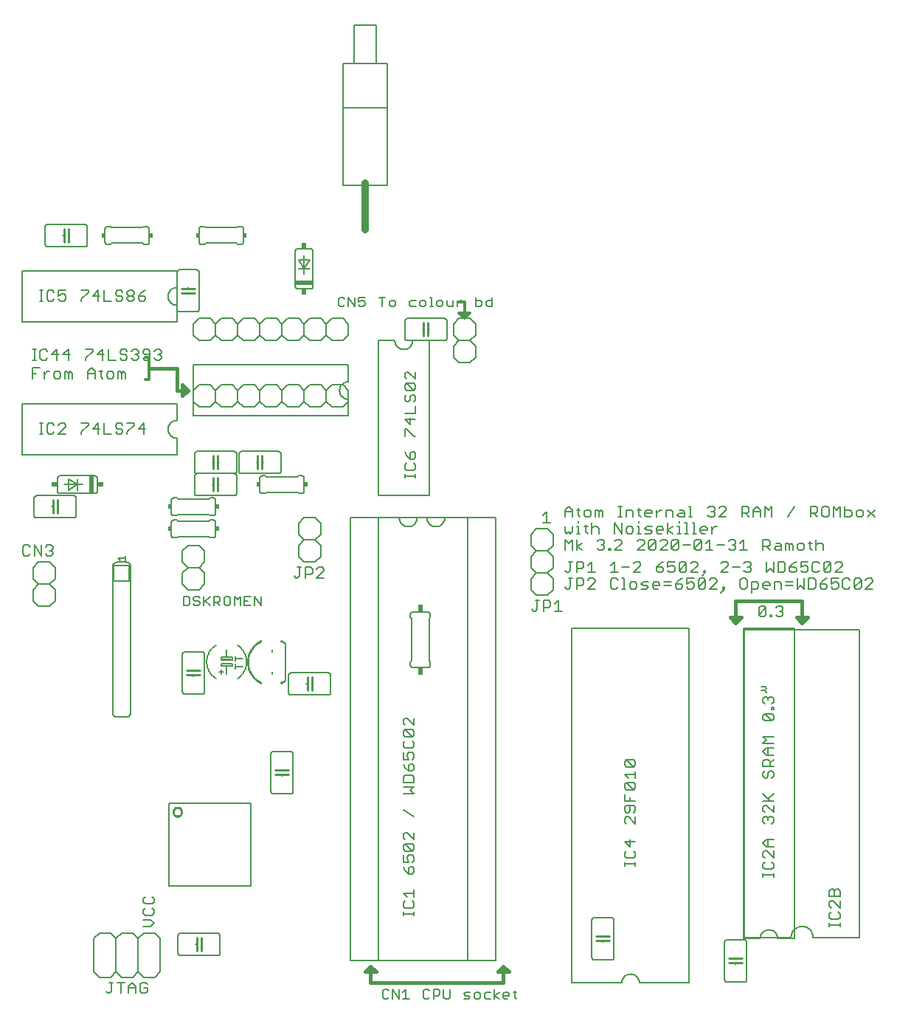
<source format=gto>
G75*
%MOIN*%
%OFA0B0*%
%FSLAX24Y24*%
%IPPOS*%
%LPD*%
%AMOC8*
5,1,8,0,0,1.08239X$1,22.5*
%
%ADD10C,0.0160*%
%ADD11C,0.0080*%
%ADD12C,0.0120*%
%ADD13C,0.0060*%
%ADD14R,0.0240X0.0340*%
%ADD15C,0.0100*%
%ADD16R,0.0150X0.0200*%
%ADD17R,0.0200X0.0800*%
%ADD18R,0.0250X0.0200*%
%ADD19R,0.0800X0.0200*%
%ADD20R,0.0200X0.0250*%
%ADD21C,0.0320*%
%ADD22C,0.0050*%
%ADD23C,0.0006*%
D10*
X017698Y001410D02*
X023698Y001410D01*
X023698Y002160D01*
X023448Y001910D01*
X023948Y001910D01*
X023698Y002160D01*
X017948Y001910D02*
X017448Y001910D01*
X017698Y002160D01*
X017948Y001910D01*
X017698Y002160D02*
X017698Y001410D01*
X034198Y017660D02*
X033948Y017910D01*
X034448Y017910D01*
X034198Y017660D01*
X034198Y018660D01*
X037198Y018660D01*
X037198Y017660D01*
X036948Y017910D01*
X037448Y017910D01*
X037198Y017660D01*
X009448Y028160D02*
X009198Y027910D01*
X009198Y028160D01*
X009198Y028410D01*
X009448Y028160D01*
X009198Y028160D01*
X008948Y028160D01*
X008948Y029160D01*
X007698Y029160D01*
D11*
X007650Y029540D02*
X007730Y029620D01*
X007730Y029940D01*
X007650Y030020D01*
X007490Y030020D01*
X007410Y029940D01*
X007410Y029860D01*
X007490Y029780D01*
X007730Y029780D01*
X007926Y029620D02*
X008006Y029540D01*
X008166Y029540D01*
X008246Y029620D01*
X008246Y029700D01*
X008166Y029780D01*
X008086Y029780D01*
X008166Y029780D02*
X008246Y029860D01*
X008246Y029940D01*
X008166Y030020D01*
X008006Y030020D01*
X007926Y029940D01*
X007650Y029540D02*
X007490Y029540D01*
X007410Y029620D01*
X007215Y029620D02*
X007135Y029540D01*
X006975Y029540D01*
X006894Y029620D01*
X006699Y029620D02*
X006619Y029540D01*
X006459Y029540D01*
X006379Y029620D01*
X006459Y029780D02*
X006619Y029780D01*
X006699Y029700D01*
X006699Y029620D01*
X006459Y029780D02*
X006379Y029860D01*
X006379Y029940D01*
X006459Y030020D01*
X006619Y030020D01*
X006699Y029940D01*
X006894Y029940D02*
X006975Y030020D01*
X007135Y030020D01*
X007215Y029940D01*
X007215Y029860D01*
X007135Y029780D01*
X007215Y029700D01*
X007215Y029620D01*
X007135Y029780D02*
X007055Y029780D01*
X006533Y029020D02*
X006613Y028940D01*
X006613Y028700D01*
X006453Y028700D02*
X006453Y028940D01*
X006533Y029020D01*
X006453Y028940D02*
X006373Y029020D01*
X006293Y029020D01*
X006293Y028700D01*
X006098Y028780D02*
X006098Y028940D01*
X006017Y029020D01*
X005857Y029020D01*
X005777Y028940D01*
X005777Y028780D01*
X005857Y028700D01*
X006017Y028700D01*
X006098Y028780D01*
X005594Y028700D02*
X005514Y028780D01*
X005514Y029100D01*
X005433Y029020D02*
X005594Y029020D01*
X005238Y029020D02*
X005078Y029180D01*
X004918Y029020D01*
X004918Y028700D01*
X004918Y028940D02*
X005238Y028940D01*
X005238Y029020D02*
X005238Y028700D01*
X005588Y029540D02*
X005588Y030020D01*
X005348Y029780D01*
X005668Y029780D01*
X005863Y029540D02*
X006183Y029540D01*
X005863Y029540D02*
X005863Y030020D01*
X005152Y030020D02*
X005152Y029940D01*
X004832Y029620D01*
X004832Y029540D01*
X004207Y028940D02*
X004207Y028700D01*
X004047Y028700D02*
X004047Y028940D01*
X004127Y029020D01*
X004207Y028940D01*
X004047Y028940D02*
X003967Y029020D01*
X003887Y029020D01*
X003887Y028700D01*
X003691Y028780D02*
X003691Y028940D01*
X003611Y029020D01*
X003451Y029020D01*
X003371Y028940D01*
X003371Y028780D01*
X003451Y028700D01*
X003611Y028700D01*
X003691Y028780D01*
X003181Y029020D02*
X003101Y029020D01*
X002941Y028860D01*
X002941Y028700D02*
X002941Y029020D01*
X002746Y029180D02*
X002426Y029180D01*
X002426Y028700D01*
X002426Y028940D02*
X002586Y028940D01*
X002586Y029540D02*
X002426Y029540D01*
X002506Y029540D02*
X002506Y030020D01*
X002426Y030020D02*
X002586Y030020D01*
X002769Y029940D02*
X002849Y030020D01*
X003010Y030020D01*
X003090Y029940D01*
X003285Y029780D02*
X003605Y029780D01*
X003801Y029780D02*
X004041Y030020D01*
X004041Y029540D01*
X004121Y029780D02*
X003801Y029780D01*
X003525Y029540D02*
X003525Y030020D01*
X003285Y029780D01*
X003090Y029620D02*
X003010Y029540D01*
X002849Y029540D01*
X002769Y029620D01*
X002769Y029940D01*
X004832Y030020D02*
X005152Y030020D01*
X005385Y032200D02*
X005385Y032680D01*
X005144Y032440D01*
X005465Y032440D01*
X005660Y032680D02*
X005660Y032200D01*
X005980Y032200D01*
X006176Y032280D02*
X006256Y032200D01*
X006416Y032200D01*
X006496Y032280D01*
X006496Y032360D01*
X006416Y032440D01*
X006256Y032440D01*
X006176Y032520D01*
X006176Y032600D01*
X006256Y032680D01*
X006416Y032680D01*
X006496Y032600D01*
X006691Y032600D02*
X006691Y032520D01*
X006771Y032440D01*
X006932Y032440D01*
X007012Y032360D01*
X007012Y032280D01*
X006932Y032200D01*
X006771Y032200D01*
X006691Y032280D01*
X006691Y032360D01*
X006771Y032440D01*
X006932Y032440D02*
X007012Y032520D01*
X007012Y032600D01*
X006932Y032680D01*
X006771Y032680D01*
X006691Y032600D01*
X007207Y032440D02*
X007447Y032440D01*
X007527Y032360D01*
X007527Y032280D01*
X007447Y032200D01*
X007287Y032200D01*
X007207Y032280D01*
X007207Y032440D01*
X007367Y032600D01*
X007527Y032680D01*
X004949Y032680D02*
X004949Y032600D01*
X004629Y032280D01*
X004629Y032200D01*
X004629Y032680D02*
X004949Y032680D01*
X003918Y032680D02*
X003597Y032680D01*
X003597Y032440D01*
X003758Y032520D01*
X003838Y032520D01*
X003918Y032440D01*
X003918Y032280D01*
X003838Y032200D01*
X003678Y032200D01*
X003597Y032280D01*
X003402Y032280D02*
X003322Y032200D01*
X003162Y032200D01*
X003082Y032280D01*
X003082Y032600D01*
X003162Y032680D01*
X003322Y032680D01*
X003402Y032600D01*
X002898Y032680D02*
X002738Y032680D01*
X002818Y032680D02*
X002818Y032200D01*
X002738Y032200D02*
X002898Y032200D01*
X002898Y026680D02*
X002738Y026680D01*
X002818Y026680D02*
X002818Y026200D01*
X002738Y026200D02*
X002898Y026200D01*
X003082Y026280D02*
X003162Y026200D01*
X003322Y026200D01*
X003402Y026280D01*
X003597Y026200D02*
X003918Y026520D01*
X003918Y026600D01*
X003838Y026680D01*
X003678Y026680D01*
X003597Y026600D01*
X003402Y026600D02*
X003322Y026680D01*
X003162Y026680D01*
X003082Y026600D01*
X003082Y026280D01*
X003597Y026200D02*
X003918Y026200D01*
X004629Y026200D02*
X004629Y026280D01*
X004949Y026600D01*
X004949Y026680D01*
X004629Y026680D01*
X005144Y026440D02*
X005465Y026440D01*
X005385Y026200D02*
X005385Y026680D01*
X005144Y026440D01*
X005660Y026200D02*
X005980Y026200D01*
X006176Y026280D02*
X006256Y026200D01*
X006416Y026200D01*
X006496Y026280D01*
X006496Y026360D01*
X006416Y026440D01*
X006256Y026440D01*
X006176Y026520D01*
X006176Y026600D01*
X006256Y026680D01*
X006416Y026680D01*
X006496Y026600D01*
X006691Y026680D02*
X007012Y026680D01*
X007012Y026600D01*
X006691Y026280D01*
X006691Y026200D01*
X007207Y026440D02*
X007527Y026440D01*
X007447Y026200D02*
X007447Y026680D01*
X007207Y026440D01*
X005660Y026680D02*
X005660Y026200D01*
X003260Y021180D02*
X003340Y021100D01*
X003340Y021020D01*
X003260Y020940D01*
X003340Y020860D01*
X003340Y020780D01*
X003260Y020700D01*
X003099Y020700D01*
X003019Y020780D01*
X002824Y020700D02*
X002824Y021180D01*
X003019Y021100D02*
X003099Y021180D01*
X003260Y021180D01*
X003260Y020940D02*
X003180Y020940D01*
X002824Y020700D02*
X002504Y021180D01*
X002504Y020700D01*
X002308Y020780D02*
X002228Y020700D01*
X002068Y020700D01*
X001988Y020780D01*
X001988Y021100D01*
X002068Y021180D01*
X002228Y021180D01*
X002308Y021100D01*
X009238Y018870D02*
X009238Y018450D01*
X009448Y018450D01*
X009518Y018520D01*
X009518Y018800D01*
X009448Y018870D01*
X009238Y018870D01*
X009698Y018800D02*
X009698Y018730D01*
X009769Y018660D01*
X009909Y018660D01*
X009979Y018590D01*
X009979Y018520D01*
X009909Y018450D01*
X009769Y018450D01*
X009698Y018520D01*
X009698Y018800D02*
X009769Y018870D01*
X009909Y018870D01*
X009979Y018800D01*
X010159Y018870D02*
X010159Y018450D01*
X010159Y018590D02*
X010439Y018870D01*
X010619Y018870D02*
X010829Y018870D01*
X010900Y018800D01*
X010900Y018660D01*
X010829Y018590D01*
X010619Y018590D01*
X010619Y018450D02*
X010619Y018870D01*
X010759Y018590D02*
X010900Y018450D01*
X011080Y018520D02*
X011150Y018450D01*
X011290Y018450D01*
X011360Y018520D01*
X011360Y018800D01*
X011290Y018870D01*
X011150Y018870D01*
X011080Y018800D01*
X011080Y018520D01*
X011540Y018450D02*
X011540Y018870D01*
X011680Y018730D01*
X011820Y018870D01*
X011820Y018450D01*
X012000Y018450D02*
X012000Y018870D01*
X012281Y018870D01*
X012461Y018870D02*
X012741Y018450D01*
X012741Y018870D01*
X012461Y018870D02*
X012461Y018450D01*
X012281Y018450D02*
X012000Y018450D01*
X012000Y018660D02*
X012141Y018660D01*
X010439Y018450D02*
X010229Y018660D01*
X014238Y019780D02*
X014318Y019700D01*
X014398Y019700D01*
X014478Y019780D01*
X014478Y020180D01*
X014398Y020180D02*
X014558Y020180D01*
X014754Y020180D02*
X014994Y020180D01*
X015074Y020100D01*
X015074Y019940D01*
X014994Y019860D01*
X014754Y019860D01*
X014754Y019700D02*
X014754Y020180D01*
X015269Y020100D02*
X015349Y020180D01*
X015510Y020180D01*
X015590Y020100D01*
X015590Y020020D01*
X015269Y019700D01*
X015590Y019700D01*
X019238Y024215D02*
X019238Y024376D01*
X019238Y024296D02*
X019718Y024296D01*
X019718Y024376D02*
X019718Y024215D01*
X019638Y024559D02*
X019718Y024639D01*
X019718Y024799D01*
X019638Y024880D01*
X019638Y025075D02*
X019718Y025155D01*
X019718Y025315D01*
X019638Y025395D01*
X019558Y025395D01*
X019478Y025315D01*
X019478Y025075D01*
X019638Y025075D01*
X019478Y025075D02*
X019318Y025235D01*
X019238Y025395D01*
X019318Y024880D02*
X019238Y024799D01*
X019238Y024639D01*
X019318Y024559D01*
X019638Y024559D01*
X019638Y026106D02*
X019718Y026106D01*
X019638Y026106D02*
X019318Y026426D01*
X019238Y026426D01*
X019238Y026106D01*
X019478Y026622D02*
X019238Y026862D01*
X019718Y026862D01*
X019478Y026942D02*
X019478Y026622D01*
X019238Y027137D02*
X019718Y027137D01*
X019718Y027458D01*
X019638Y027653D02*
X019718Y027733D01*
X019718Y027893D01*
X019638Y027973D01*
X019558Y027973D01*
X019478Y027893D01*
X019478Y027733D01*
X019398Y027653D01*
X019318Y027653D01*
X019238Y027733D01*
X019238Y027893D01*
X019318Y027973D01*
X019318Y028169D02*
X019238Y028249D01*
X019238Y028409D01*
X019318Y028489D01*
X019638Y028169D01*
X019718Y028249D01*
X019718Y028409D01*
X019638Y028489D01*
X019318Y028489D01*
X019318Y028684D02*
X019238Y028764D01*
X019238Y028925D01*
X019318Y029005D01*
X019398Y029005D01*
X019718Y028684D01*
X019718Y029005D01*
X019638Y028169D02*
X019318Y028169D01*
X019531Y031950D02*
X019741Y031950D01*
X019921Y032020D02*
X019991Y031950D01*
X020131Y031950D01*
X020201Y032020D01*
X020201Y032160D01*
X020131Y032230D01*
X019991Y032230D01*
X019921Y032160D01*
X019921Y032020D01*
X019741Y032230D02*
X019531Y032230D01*
X019461Y032160D01*
X019461Y032020D01*
X019531Y031950D01*
X018820Y032020D02*
X018820Y032160D01*
X018750Y032230D01*
X018610Y032230D01*
X018540Y032160D01*
X018540Y032020D01*
X018610Y031950D01*
X018750Y031950D01*
X018820Y032020D01*
X018360Y032370D02*
X018080Y032370D01*
X018220Y032370D02*
X018220Y031950D01*
X017439Y032020D02*
X017369Y031950D01*
X017229Y031950D01*
X017159Y032020D01*
X017159Y032160D02*
X017299Y032230D01*
X017369Y032230D01*
X017439Y032160D01*
X017439Y032020D01*
X017159Y032160D02*
X017159Y032370D01*
X017439Y032370D01*
X016979Y032370D02*
X016979Y031950D01*
X016698Y032370D01*
X016698Y031950D01*
X016518Y032020D02*
X016448Y031950D01*
X016308Y031950D01*
X016238Y032020D01*
X016238Y032300D01*
X016308Y032370D01*
X016448Y032370D01*
X016518Y032300D01*
X020382Y032370D02*
X020452Y032370D01*
X020452Y031950D01*
X020382Y031950D02*
X020522Y031950D01*
X020689Y032020D02*
X020759Y031950D01*
X020899Y031950D01*
X020969Y032020D01*
X020969Y032160D01*
X020899Y032230D01*
X020759Y032230D01*
X020689Y032160D01*
X020689Y032020D01*
X021149Y032020D02*
X021219Y031950D01*
X021429Y031950D01*
X021429Y032230D01*
X021609Y032230D02*
X021609Y031950D01*
X021609Y032090D02*
X021749Y032230D01*
X021820Y032230D01*
X021149Y032230D02*
X021149Y032020D01*
X022453Y031950D02*
X022664Y031950D01*
X022734Y032020D01*
X022734Y032160D01*
X022664Y032230D01*
X022453Y032230D01*
X022453Y032370D02*
X022453Y031950D01*
X022914Y032020D02*
X022914Y032160D01*
X022984Y032230D01*
X023194Y032230D01*
X023194Y032370D02*
X023194Y031950D01*
X022984Y031950D01*
X022914Y032020D01*
X026648Y022930D02*
X026808Y022770D01*
X026808Y022450D01*
X026808Y022690D02*
X026488Y022690D01*
X026488Y022770D02*
X026648Y022930D01*
X026488Y022770D02*
X026488Y022450D01*
X026488Y022020D02*
X026488Y021780D01*
X026568Y021700D01*
X026648Y021780D01*
X026728Y021700D01*
X026808Y021780D01*
X026808Y022020D01*
X027004Y022020D02*
X027084Y022020D01*
X027084Y021700D01*
X027004Y021700D02*
X027164Y021700D01*
X027428Y021780D02*
X027428Y022100D01*
X027347Y022020D02*
X027508Y022020D01*
X027691Y021940D02*
X027771Y022020D01*
X027931Y022020D01*
X028012Y021940D01*
X028012Y021700D01*
X028029Y021430D02*
X028189Y021430D01*
X028269Y021350D01*
X028269Y021270D01*
X028189Y021190D01*
X028269Y021110D01*
X028269Y021030D01*
X028189Y020950D01*
X028029Y020950D01*
X027949Y021030D01*
X028109Y021190D02*
X028189Y021190D01*
X027949Y021350D02*
X028029Y021430D01*
X027691Y021700D02*
X027691Y022180D01*
X027588Y022450D02*
X027668Y022530D01*
X027668Y022690D01*
X027588Y022770D01*
X027428Y022770D01*
X027347Y022690D01*
X027347Y022530D01*
X027428Y022450D01*
X027588Y022450D01*
X027863Y022450D02*
X027863Y022770D01*
X027943Y022770D01*
X028023Y022690D01*
X028103Y022770D01*
X028183Y022690D01*
X028183Y022450D01*
X028023Y022450D02*
X028023Y022690D01*
X027164Y022770D02*
X027004Y022770D01*
X027084Y022850D02*
X027084Y022530D01*
X027164Y022450D01*
X027084Y022260D02*
X027084Y022180D01*
X027428Y021780D02*
X027508Y021700D01*
X027244Y021270D02*
X027004Y021110D01*
X027244Y020950D01*
X027004Y020950D02*
X027004Y021430D01*
X026808Y021430D02*
X026808Y020950D01*
X026488Y020950D02*
X026488Y021430D01*
X026648Y021270D01*
X026808Y021430D01*
X026808Y020430D02*
X026648Y020430D01*
X026728Y020430D02*
X026728Y020030D01*
X026648Y019950D01*
X026568Y019950D01*
X026488Y020030D01*
X026648Y019680D02*
X026808Y019680D01*
X026728Y019680D02*
X026728Y019280D01*
X026648Y019200D01*
X026568Y019200D01*
X026488Y019280D01*
X027004Y019200D02*
X027004Y019680D01*
X027244Y019680D01*
X027324Y019600D01*
X027324Y019440D01*
X027244Y019360D01*
X027004Y019360D01*
X027519Y019200D02*
X027840Y019520D01*
X027840Y019600D01*
X027760Y019680D01*
X027599Y019680D01*
X027519Y019600D01*
X027519Y019950D02*
X027840Y019950D01*
X027680Y019950D02*
X027680Y020430D01*
X027519Y020270D01*
X027324Y020190D02*
X027244Y020110D01*
X027004Y020110D01*
X027004Y019950D02*
X027004Y020430D01*
X027244Y020430D01*
X027324Y020350D01*
X027324Y020190D01*
X028465Y020950D02*
X028545Y020950D01*
X028545Y021030D01*
X028465Y021030D01*
X028465Y020950D01*
X028723Y020950D02*
X029043Y021270D01*
X029043Y021350D01*
X028963Y021430D01*
X028803Y021430D01*
X028723Y021350D01*
X028723Y021700D02*
X028723Y022180D01*
X029043Y021700D01*
X029043Y022180D01*
X029055Y022450D02*
X028894Y022450D01*
X028974Y022450D02*
X028974Y022930D01*
X028894Y022930D02*
X029055Y022930D01*
X029238Y022770D02*
X029478Y022770D01*
X029558Y022690D01*
X029558Y022450D01*
X029834Y022530D02*
X029834Y022850D01*
X029754Y022770D02*
X029914Y022770D01*
X030098Y022690D02*
X030178Y022770D01*
X030338Y022770D01*
X030418Y022690D01*
X030418Y022610D01*
X030098Y022610D01*
X030098Y022530D02*
X030098Y022690D01*
X030098Y022530D02*
X030178Y022450D01*
X030338Y022450D01*
X030613Y022450D02*
X030613Y022770D01*
X030613Y022610D02*
X030773Y022770D01*
X030853Y022770D01*
X031043Y022770D02*
X031283Y022770D01*
X031363Y022690D01*
X031363Y022450D01*
X031559Y022530D02*
X031639Y022610D01*
X031879Y022610D01*
X031879Y022690D02*
X031879Y022450D01*
X031639Y022450D01*
X031559Y022530D01*
X031639Y022770D02*
X031799Y022770D01*
X031879Y022690D01*
X032074Y022450D02*
X032234Y022450D01*
X032154Y022450D02*
X032154Y022930D01*
X032074Y022930D01*
X031982Y022180D02*
X031982Y021700D01*
X031902Y021700D02*
X032062Y021700D01*
X032246Y021700D02*
X032406Y021700D01*
X032326Y021700D02*
X032326Y022180D01*
X032246Y022180D01*
X031982Y022180D02*
X031902Y022180D01*
X031639Y022180D02*
X031639Y022260D01*
X031639Y022020D02*
X031639Y021700D01*
X031559Y021700D02*
X031719Y021700D01*
X031541Y021430D02*
X031381Y021430D01*
X031301Y021350D01*
X031301Y021030D01*
X031621Y021350D01*
X031621Y021030D01*
X031541Y020950D01*
X031381Y020950D01*
X031301Y021030D01*
X031105Y020950D02*
X030785Y020950D01*
X031105Y021270D01*
X031105Y021350D01*
X031025Y021430D01*
X030865Y021430D01*
X030785Y021350D01*
X030590Y021350D02*
X030269Y021030D01*
X030350Y020950D01*
X030510Y020950D01*
X030590Y021030D01*
X030590Y021350D01*
X030510Y021430D01*
X030350Y021430D01*
X030269Y021350D01*
X030269Y021030D01*
X030074Y020950D02*
X029754Y020950D01*
X030074Y021270D01*
X030074Y021350D01*
X029994Y021430D01*
X029834Y021430D01*
X029754Y021350D01*
X029754Y021700D02*
X029914Y021700D01*
X029834Y021700D02*
X029834Y022020D01*
X029754Y022020D01*
X029834Y022180D02*
X029834Y022260D01*
X029914Y022450D02*
X029834Y022530D01*
X030178Y022020D02*
X030418Y022020D01*
X030338Y021860D02*
X030178Y021860D01*
X030098Y021940D01*
X030178Y022020D01*
X030338Y021860D02*
X030418Y021780D01*
X030338Y021700D01*
X030098Y021700D01*
X029558Y021780D02*
X029558Y021940D01*
X029478Y022020D01*
X029318Y022020D01*
X029238Y021940D01*
X029238Y021780D01*
X029318Y021700D01*
X029478Y021700D01*
X029558Y021780D01*
X029238Y022450D02*
X029238Y022770D01*
X030613Y021940D02*
X030693Y022020D01*
X030853Y022020D01*
X030933Y021940D01*
X030933Y021860D01*
X030613Y021860D01*
X030613Y021780D02*
X030613Y021940D01*
X030613Y021780D02*
X030693Y021700D01*
X030853Y021700D01*
X031129Y021700D02*
X031129Y022180D01*
X031043Y022450D02*
X031043Y022770D01*
X031369Y022020D02*
X031129Y021860D01*
X031369Y021700D01*
X031541Y021430D02*
X031621Y021350D01*
X031816Y021190D02*
X032137Y021190D01*
X032332Y021030D02*
X032652Y021350D01*
X032652Y021030D01*
X032572Y020950D01*
X032412Y020950D01*
X032332Y021030D01*
X032332Y021350D01*
X032412Y021430D01*
X032572Y021430D01*
X032652Y021350D01*
X032848Y021270D02*
X033008Y021430D01*
X033008Y020950D01*
X032848Y020950D02*
X033168Y020950D01*
X033363Y021190D02*
X033684Y021190D01*
X033879Y021030D02*
X033959Y020950D01*
X034119Y020950D01*
X034199Y021030D01*
X034199Y021110D01*
X034119Y021190D01*
X034039Y021190D01*
X034119Y021190D02*
X034199Y021270D01*
X034199Y021350D01*
X034119Y021430D01*
X033959Y021430D01*
X033879Y021350D01*
X033105Y021700D02*
X033105Y022020D01*
X033105Y021860D02*
X033266Y022020D01*
X033346Y022020D01*
X033449Y022450D02*
X033769Y022770D01*
X033769Y022850D01*
X033689Y022930D01*
X033529Y022930D01*
X033449Y022850D01*
X033254Y022850D02*
X033254Y022770D01*
X033174Y022690D01*
X033254Y022610D01*
X033254Y022530D01*
X033174Y022450D01*
X033014Y022450D01*
X032934Y022530D01*
X033094Y022690D02*
X033174Y022690D01*
X033254Y022850D02*
X033174Y022930D01*
X033014Y022930D01*
X032934Y022850D01*
X033449Y022450D02*
X033769Y022450D01*
X034481Y022450D02*
X034481Y022930D01*
X034721Y022930D01*
X034801Y022850D01*
X034801Y022690D01*
X034721Y022610D01*
X034481Y022610D01*
X034641Y022610D02*
X034801Y022450D01*
X034996Y022450D02*
X034996Y022770D01*
X035156Y022930D01*
X035316Y022770D01*
X035316Y022450D01*
X035512Y022450D02*
X035512Y022930D01*
X035672Y022770D01*
X035832Y022930D01*
X035832Y022450D01*
X035316Y022690D02*
X034996Y022690D01*
X035426Y021430D02*
X035666Y021430D01*
X035746Y021350D01*
X035746Y021190D01*
X035666Y021110D01*
X035426Y021110D01*
X035586Y021110D02*
X035746Y020950D01*
X035941Y021030D02*
X036022Y021110D01*
X036262Y021110D01*
X036262Y021190D02*
X036262Y020950D01*
X036022Y020950D01*
X035941Y021030D01*
X036022Y021270D02*
X036182Y021270D01*
X036262Y021190D01*
X036457Y021270D02*
X036457Y020950D01*
X036617Y020950D02*
X036617Y021190D01*
X036697Y021270D01*
X036777Y021190D01*
X036777Y020950D01*
X036973Y021030D02*
X036973Y021190D01*
X037053Y021270D01*
X037213Y021270D01*
X037293Y021190D01*
X037293Y021030D01*
X037213Y020950D01*
X037053Y020950D01*
X036973Y021030D01*
X036617Y021190D02*
X036537Y021270D01*
X036457Y021270D01*
X036354Y020430D02*
X036113Y020430D01*
X036113Y019950D01*
X036354Y019950D01*
X036434Y020030D01*
X036434Y020350D01*
X036354Y020430D01*
X036629Y020190D02*
X036629Y020030D01*
X036709Y019950D01*
X036869Y019950D01*
X036949Y020030D01*
X036949Y020110D01*
X036869Y020190D01*
X036629Y020190D01*
X036789Y020350D01*
X036949Y020430D01*
X037145Y020430D02*
X037145Y020190D01*
X037305Y020270D01*
X037385Y020270D01*
X037465Y020190D01*
X037465Y020030D01*
X037385Y019950D01*
X037225Y019950D01*
X037145Y020030D01*
X037293Y019680D02*
X037293Y019200D01*
X037133Y019360D01*
X036973Y019200D01*
X036973Y019680D01*
X036777Y019520D02*
X036457Y019520D01*
X036457Y019360D02*
X036777Y019360D01*
X036262Y019440D02*
X036262Y019200D01*
X036262Y019440D02*
X036182Y019520D01*
X035941Y019520D01*
X035941Y019200D01*
X035746Y019360D02*
X035426Y019360D01*
X035426Y019280D02*
X035426Y019440D01*
X035506Y019520D01*
X035666Y019520D01*
X035746Y019440D01*
X035746Y019360D01*
X035666Y019200D02*
X035506Y019200D01*
X035426Y019280D01*
X035230Y019280D02*
X035150Y019200D01*
X034910Y019200D01*
X034910Y019040D02*
X034910Y019520D01*
X035150Y019520D01*
X035230Y019440D01*
X035230Y019280D01*
X035598Y019950D02*
X035758Y020110D01*
X035918Y019950D01*
X035918Y020430D01*
X035598Y020430D02*
X035598Y019950D01*
X034887Y020030D02*
X034807Y019950D01*
X034647Y019950D01*
X034566Y020030D01*
X034727Y020190D02*
X034807Y020190D01*
X034887Y020110D01*
X034887Y020030D01*
X034807Y020190D02*
X034887Y020270D01*
X034887Y020350D01*
X034807Y020430D01*
X034647Y020430D01*
X034566Y020350D01*
X034371Y020190D02*
X034051Y020190D01*
X033855Y020270D02*
X033535Y019950D01*
X033855Y019950D01*
X033855Y020270D02*
X033855Y020350D01*
X033775Y020430D01*
X033615Y020430D01*
X033535Y020350D01*
X033260Y019680D02*
X033100Y019680D01*
X033020Y019600D01*
X032824Y019600D02*
X032504Y019280D01*
X032584Y019200D01*
X032744Y019200D01*
X032824Y019280D01*
X032824Y019600D01*
X032744Y019680D01*
X032584Y019680D01*
X032504Y019600D01*
X032504Y019280D01*
X032309Y019280D02*
X032228Y019200D01*
X032068Y019200D01*
X031988Y019280D01*
X031988Y019440D02*
X032148Y019520D01*
X032228Y019520D01*
X032309Y019440D01*
X032309Y019280D01*
X031988Y019440D02*
X031988Y019680D01*
X032309Y019680D01*
X032160Y019950D02*
X032480Y020270D01*
X032480Y020350D01*
X032400Y020430D01*
X032240Y020430D01*
X032160Y020350D01*
X031965Y020350D02*
X031644Y020030D01*
X031725Y019950D01*
X031885Y019950D01*
X031965Y020030D01*
X031965Y020350D01*
X031885Y020430D01*
X031725Y020430D01*
X031644Y020350D01*
X031644Y020030D01*
X031449Y020030D02*
X031369Y019950D01*
X031209Y019950D01*
X031129Y020030D01*
X031129Y020190D02*
X031289Y020270D01*
X031369Y020270D01*
X031449Y020190D01*
X031449Y020030D01*
X031129Y020190D02*
X031129Y020430D01*
X031449Y020430D01*
X032160Y019950D02*
X032480Y019950D01*
X032676Y019790D02*
X032836Y019950D01*
X032756Y019950D01*
X032756Y020030D01*
X032836Y020030D01*
X032836Y019950D01*
X033260Y019680D02*
X033340Y019600D01*
X033340Y019520D01*
X033020Y019200D01*
X033340Y019200D01*
X033535Y019040D02*
X033695Y019200D01*
X033615Y019200D01*
X033615Y019280D01*
X033695Y019280D01*
X033695Y019200D01*
X034395Y019280D02*
X034475Y019200D01*
X034635Y019200D01*
X034715Y019280D01*
X034715Y019600D01*
X034635Y019680D01*
X034475Y019680D01*
X034395Y019600D01*
X034395Y019280D01*
X035318Y018430D02*
X035478Y018430D01*
X035558Y018350D01*
X035238Y018030D01*
X035318Y017950D01*
X035478Y017950D01*
X035558Y018030D01*
X035558Y018350D01*
X035318Y018430D02*
X035238Y018350D01*
X035238Y018030D01*
X035754Y018030D02*
X035834Y018030D01*
X035834Y017950D01*
X035754Y017950D01*
X035754Y018030D01*
X036012Y018030D02*
X036092Y017950D01*
X036252Y017950D01*
X036332Y018030D01*
X036332Y018110D01*
X036252Y018190D01*
X036172Y018190D01*
X036252Y018190D02*
X036332Y018270D01*
X036332Y018350D01*
X036252Y018430D01*
X036092Y018430D01*
X036012Y018350D01*
X037488Y019200D02*
X037488Y019680D01*
X037729Y019680D01*
X037809Y019600D01*
X037809Y019280D01*
X037729Y019200D01*
X037488Y019200D01*
X038004Y019280D02*
X038084Y019200D01*
X038244Y019200D01*
X038324Y019280D01*
X038324Y019360D01*
X038244Y019440D01*
X038004Y019440D01*
X038004Y019280D01*
X038004Y019440D02*
X038164Y019600D01*
X038324Y019680D01*
X038520Y019680D02*
X038520Y019440D01*
X038680Y019520D01*
X038760Y019520D01*
X038840Y019440D01*
X038840Y019280D01*
X038760Y019200D01*
X038600Y019200D01*
X038520Y019280D01*
X038520Y019680D02*
X038840Y019680D01*
X039035Y019600D02*
X039035Y019280D01*
X039115Y019200D01*
X039276Y019200D01*
X039356Y019280D01*
X039551Y019280D02*
X039871Y019600D01*
X039871Y019280D01*
X039791Y019200D01*
X039631Y019200D01*
X039551Y019280D01*
X039551Y019600D01*
X039631Y019680D01*
X039791Y019680D01*
X039871Y019600D01*
X040067Y019600D02*
X040147Y019680D01*
X040307Y019680D01*
X040387Y019600D01*
X040387Y019520D01*
X040067Y019200D01*
X040387Y019200D01*
X039356Y019600D02*
X039276Y019680D01*
X039115Y019680D01*
X039035Y019600D01*
X039012Y019950D02*
X038692Y019950D01*
X039012Y020270D01*
X039012Y020350D01*
X038932Y020430D01*
X038772Y020430D01*
X038692Y020350D01*
X038496Y020350D02*
X038176Y020030D01*
X038256Y019950D01*
X038416Y019950D01*
X038496Y020030D01*
X038496Y020350D01*
X038416Y020430D01*
X038256Y020430D01*
X038176Y020350D01*
X038176Y020030D01*
X037981Y020030D02*
X037900Y019950D01*
X037740Y019950D01*
X037660Y020030D01*
X037660Y020350D01*
X037740Y020430D01*
X037900Y020430D01*
X037981Y020350D01*
X037465Y020430D02*
X037145Y020430D01*
X037649Y020950D02*
X037568Y021030D01*
X037568Y021350D01*
X037488Y021270D02*
X037649Y021270D01*
X037832Y021190D02*
X037912Y021270D01*
X038072Y021270D01*
X038152Y021190D01*
X038152Y020950D01*
X037832Y020950D02*
X037832Y021430D01*
X037895Y022450D02*
X037734Y022610D01*
X037815Y022610D02*
X037574Y022610D01*
X037574Y022450D02*
X037574Y022930D01*
X037815Y022930D01*
X037895Y022850D01*
X037895Y022690D01*
X037815Y022610D01*
X038090Y022530D02*
X038090Y022850D01*
X038170Y022930D01*
X038330Y022930D01*
X038410Y022850D01*
X038410Y022530D01*
X038330Y022450D01*
X038170Y022450D01*
X038090Y022530D01*
X038606Y022450D02*
X038606Y022930D01*
X038766Y022770D01*
X038926Y022930D01*
X038926Y022450D01*
X039121Y022450D02*
X039361Y022450D01*
X039442Y022530D01*
X039442Y022690D01*
X039361Y022770D01*
X039121Y022770D01*
X039121Y022930D02*
X039121Y022450D01*
X039637Y022530D02*
X039717Y022450D01*
X039877Y022450D01*
X039957Y022530D01*
X039957Y022690D01*
X039877Y022770D01*
X039717Y022770D01*
X039637Y022690D01*
X039637Y022530D01*
X040153Y022450D02*
X040473Y022770D01*
X040153Y022770D02*
X040473Y022450D01*
X036863Y022930D02*
X036543Y022450D01*
X035426Y021430D02*
X035426Y020950D01*
X034715Y020950D02*
X034395Y020950D01*
X034555Y020950D02*
X034555Y021430D01*
X034395Y021270D01*
X032910Y021860D02*
X032590Y021860D01*
X032590Y021780D02*
X032590Y021940D01*
X032670Y022020D01*
X032830Y022020D01*
X032910Y021940D01*
X032910Y021860D01*
X032830Y021700D02*
X032670Y021700D01*
X032590Y021780D01*
X031639Y022020D02*
X031559Y022020D01*
X030933Y020430D02*
X030773Y020350D01*
X030613Y020190D01*
X030853Y020190D01*
X030933Y020110D01*
X030933Y020030D01*
X030853Y019950D01*
X030693Y019950D01*
X030613Y020030D01*
X030613Y020190D01*
X030682Y019520D02*
X030521Y019520D01*
X030441Y019440D01*
X030441Y019280D01*
X030521Y019200D01*
X030682Y019200D01*
X030762Y019360D02*
X030441Y019360D01*
X030246Y019280D02*
X030166Y019360D01*
X030006Y019360D01*
X029926Y019440D01*
X030006Y019520D01*
X030246Y019520D01*
X030246Y019280D02*
X030166Y019200D01*
X029926Y019200D01*
X029730Y019280D02*
X029730Y019440D01*
X029650Y019520D01*
X029490Y019520D01*
X029410Y019440D01*
X029410Y019280D01*
X029490Y019200D01*
X029650Y019200D01*
X029730Y019280D01*
X029226Y019200D02*
X029066Y019200D01*
X029146Y019200D02*
X029146Y019680D01*
X029066Y019680D01*
X028871Y019600D02*
X028791Y019680D01*
X028631Y019680D01*
X028551Y019600D01*
X028551Y019280D01*
X028631Y019200D01*
X028791Y019200D01*
X028871Y019280D01*
X028871Y019950D02*
X028551Y019950D01*
X028711Y019950D02*
X028711Y020430D01*
X028551Y020270D01*
X029066Y020190D02*
X029387Y020190D01*
X029582Y020350D02*
X029662Y020430D01*
X029822Y020430D01*
X029902Y020350D01*
X029902Y020270D01*
X029582Y019950D01*
X029902Y019950D01*
X030682Y019520D02*
X030762Y019440D01*
X030762Y019360D01*
X030957Y019360D02*
X031277Y019360D01*
X031277Y019520D02*
X030957Y019520D01*
X031473Y019440D02*
X031713Y019440D01*
X031793Y019360D01*
X031793Y019280D01*
X031713Y019200D01*
X031553Y019200D01*
X031473Y019280D01*
X031473Y019440D01*
X031633Y019600D01*
X031793Y019680D01*
X029043Y020950D02*
X028723Y020950D01*
X027840Y019200D02*
X027519Y019200D01*
X026180Y018680D02*
X026180Y018200D01*
X026340Y018200D02*
X026019Y018200D01*
X025824Y018440D02*
X025744Y018360D01*
X025504Y018360D01*
X025504Y018200D02*
X025504Y018680D01*
X025744Y018680D01*
X025824Y018600D01*
X025824Y018440D01*
X026019Y018520D02*
X026180Y018680D01*
X025308Y018680D02*
X025148Y018680D01*
X025228Y018680D02*
X025228Y018280D01*
X025148Y018200D01*
X025068Y018200D01*
X024988Y018280D01*
X025488Y022200D02*
X025808Y022200D01*
X025648Y022200D02*
X025648Y022680D01*
X025488Y022520D01*
X019658Y013364D02*
X019658Y013044D01*
X019338Y013364D01*
X019258Y013364D01*
X019178Y013284D01*
X019178Y013124D01*
X019258Y013044D01*
X019258Y012849D02*
X019578Y012528D01*
X019658Y012608D01*
X019658Y012769D01*
X019578Y012849D01*
X019258Y012849D01*
X019178Y012769D01*
X019178Y012608D01*
X019258Y012528D01*
X019578Y012528D01*
X019578Y012333D02*
X019658Y012253D01*
X019658Y012093D01*
X019578Y012013D01*
X019258Y012013D01*
X019178Y012093D01*
X019178Y012253D01*
X019258Y012333D01*
X019178Y011817D02*
X019178Y011497D01*
X019418Y011497D01*
X019338Y011657D01*
X019338Y011737D01*
X019418Y011817D01*
X019578Y011817D01*
X019658Y011737D01*
X019658Y011577D01*
X019578Y011497D01*
X019578Y011302D02*
X019498Y011302D01*
X019418Y011222D01*
X019418Y010981D01*
X019578Y010981D01*
X019658Y011062D01*
X019658Y011222D01*
X019578Y011302D01*
X019258Y011142D02*
X019418Y010981D01*
X019258Y011142D02*
X019178Y011302D01*
X019258Y010786D02*
X019178Y010706D01*
X019178Y010466D01*
X019658Y010466D01*
X019658Y010706D01*
X019578Y010786D01*
X019258Y010786D01*
X019178Y010270D02*
X019658Y010270D01*
X019498Y010110D01*
X019658Y009950D01*
X019178Y009950D01*
X019178Y009239D02*
X019658Y008919D01*
X019658Y008208D02*
X019658Y007888D01*
X019338Y008208D01*
X019258Y008208D01*
X019178Y008128D01*
X019178Y007968D01*
X019258Y007888D01*
X019258Y007692D02*
X019578Y007372D01*
X019658Y007452D01*
X019658Y007612D01*
X019578Y007692D01*
X019258Y007692D01*
X019178Y007612D01*
X019178Y007452D01*
X019258Y007372D01*
X019578Y007372D01*
X019578Y007177D02*
X019658Y007097D01*
X019658Y006936D01*
X019578Y006856D01*
X019418Y006856D02*
X019338Y007016D01*
X019338Y007097D01*
X019418Y007177D01*
X019578Y007177D01*
X019418Y006856D02*
X019178Y006856D01*
X019178Y007177D01*
X019178Y006661D02*
X019258Y006501D01*
X019418Y006341D01*
X019418Y006581D01*
X019498Y006661D01*
X019578Y006661D01*
X019658Y006581D01*
X019658Y006421D01*
X019578Y006341D01*
X019418Y006341D01*
X019658Y005630D02*
X019658Y005309D01*
X019658Y005470D02*
X019178Y005470D01*
X019338Y005309D01*
X019258Y005114D02*
X019178Y005034D01*
X019178Y004874D01*
X019258Y004794D01*
X019578Y004794D01*
X019658Y004874D01*
X019658Y005034D01*
X019578Y005114D01*
X019658Y004610D02*
X019658Y004450D01*
X019658Y004530D02*
X019178Y004530D01*
X019178Y004450D02*
X019178Y004610D01*
X019299Y001120D02*
X019299Y000700D01*
X019159Y000700D02*
X019439Y000700D01*
X019159Y000980D02*
X019299Y001120D01*
X018979Y001120D02*
X018979Y000700D01*
X018698Y001120D01*
X018698Y000700D01*
X018518Y000770D02*
X018448Y000700D01*
X018308Y000700D01*
X018238Y000770D01*
X018238Y001050D01*
X018308Y001120D01*
X018448Y001120D01*
X018518Y001050D01*
X020080Y001050D02*
X020080Y000770D01*
X020150Y000700D01*
X020290Y000700D01*
X020360Y000770D01*
X020540Y000700D02*
X020540Y001120D01*
X020750Y001120D01*
X020820Y001050D01*
X020820Y000910D01*
X020750Y000840D01*
X020540Y000840D01*
X020360Y001050D02*
X020290Y001120D01*
X020150Y001120D01*
X020080Y001050D01*
X021000Y001120D02*
X021000Y000770D01*
X021071Y000700D01*
X021211Y000700D01*
X021281Y000770D01*
X021281Y001120D01*
X021921Y000910D02*
X021991Y000840D01*
X022131Y000840D01*
X022201Y000770D01*
X022131Y000700D01*
X021921Y000700D01*
X021921Y000910D02*
X021991Y000980D01*
X022201Y000980D01*
X022382Y000910D02*
X022382Y000770D01*
X022452Y000700D01*
X022592Y000700D01*
X022662Y000770D01*
X022662Y000910D01*
X022592Y000980D01*
X022452Y000980D01*
X022382Y000910D01*
X022842Y000910D02*
X022842Y000770D01*
X022912Y000700D01*
X023122Y000700D01*
X023302Y000700D02*
X023302Y001120D01*
X023122Y000980D02*
X022912Y000980D01*
X022842Y000910D01*
X023302Y000840D02*
X023513Y000980D01*
X023686Y000910D02*
X023686Y000770D01*
X023756Y000700D01*
X023896Y000700D01*
X023966Y000840D02*
X023686Y000840D01*
X023686Y000910D02*
X023756Y000980D01*
X023896Y000980D01*
X023966Y000910D01*
X023966Y000840D01*
X024146Y000980D02*
X024287Y000980D01*
X024217Y001050D02*
X024217Y000770D01*
X024287Y000700D01*
X023513Y000700D02*
X023302Y000840D01*
X029178Y006700D02*
X029178Y006860D01*
X029178Y006780D02*
X029658Y006780D01*
X029658Y006700D02*
X029658Y006860D01*
X029578Y007044D02*
X029658Y007124D01*
X029658Y007284D01*
X029578Y007364D01*
X029418Y007559D02*
X029418Y007880D01*
X029658Y007800D02*
X029178Y007800D01*
X029418Y007559D01*
X029258Y007364D02*
X029178Y007284D01*
X029178Y007124D01*
X029258Y007044D01*
X029578Y007044D01*
X029658Y008591D02*
X029338Y008911D01*
X029258Y008911D01*
X029178Y008831D01*
X029178Y008671D01*
X029258Y008591D01*
X029658Y008591D02*
X029658Y008911D01*
X029578Y009106D02*
X029658Y009186D01*
X029658Y009347D01*
X029578Y009427D01*
X029258Y009427D01*
X029178Y009347D01*
X029178Y009186D01*
X029258Y009106D01*
X029338Y009106D01*
X029418Y009186D01*
X029418Y009427D01*
X029418Y009622D02*
X029418Y009782D01*
X029658Y009622D02*
X029178Y009622D01*
X029178Y009942D01*
X029258Y010138D02*
X029178Y010218D01*
X029178Y010378D01*
X029258Y010458D01*
X029578Y010138D01*
X029658Y010218D01*
X029658Y010378D01*
X029578Y010458D01*
X029258Y010458D01*
X029338Y010653D02*
X029178Y010813D01*
X029658Y010813D01*
X029658Y010653D02*
X029658Y010974D01*
X029578Y011169D02*
X029258Y011489D01*
X029578Y011489D01*
X029658Y011409D01*
X029658Y011249D01*
X029578Y011169D01*
X029258Y011169D01*
X029178Y011249D01*
X029178Y011409D01*
X029258Y011489D01*
X029258Y010138D02*
X029578Y010138D01*
X035428Y009958D02*
X035748Y009638D01*
X035668Y009718D02*
X035908Y009958D01*
X035908Y009638D02*
X035428Y009638D01*
X035508Y009442D02*
X035428Y009362D01*
X035428Y009202D01*
X035508Y009122D01*
X035508Y008927D02*
X035588Y008927D01*
X035668Y008847D01*
X035748Y008927D01*
X035828Y008927D01*
X035908Y008847D01*
X035908Y008686D01*
X035828Y008606D01*
X035668Y008766D02*
X035668Y008847D01*
X035508Y008927D02*
X035428Y008847D01*
X035428Y008686D01*
X035508Y008606D01*
X035908Y009122D02*
X035588Y009442D01*
X035508Y009442D01*
X035908Y009442D02*
X035908Y009122D01*
X035908Y007895D02*
X035588Y007895D01*
X035428Y007735D01*
X035588Y007575D01*
X035908Y007575D01*
X035908Y007380D02*
X035908Y007059D01*
X035588Y007380D01*
X035508Y007380D01*
X035428Y007300D01*
X035428Y007139D01*
X035508Y007059D01*
X035508Y006864D02*
X035428Y006784D01*
X035428Y006624D01*
X035508Y006544D01*
X035828Y006544D01*
X035908Y006624D01*
X035908Y006784D01*
X035828Y006864D01*
X035908Y006360D02*
X035908Y006200D01*
X035908Y006280D02*
X035428Y006280D01*
X035428Y006200D02*
X035428Y006360D01*
X035668Y007575D02*
X035668Y007895D01*
X035588Y010669D02*
X035508Y010669D01*
X035428Y010749D01*
X035428Y010909D01*
X035508Y010989D01*
X035668Y010909D02*
X035748Y010989D01*
X035828Y010989D01*
X035908Y010909D01*
X035908Y010749D01*
X035828Y010669D01*
X035668Y010749D02*
X035588Y010669D01*
X035668Y010749D02*
X035668Y010909D01*
X035748Y011185D02*
X035748Y011425D01*
X035668Y011505D01*
X035508Y011505D01*
X035428Y011425D01*
X035428Y011185D01*
X035908Y011185D01*
X035748Y011345D02*
X035908Y011505D01*
X035908Y011700D02*
X035588Y011700D01*
X035428Y011860D01*
X035588Y012020D01*
X035908Y012020D01*
X035908Y012216D02*
X035428Y012216D01*
X035588Y012376D01*
X035428Y012536D01*
X035908Y012536D01*
X035668Y012020D02*
X035668Y011700D01*
X035828Y013247D02*
X035508Y013247D01*
X035428Y013327D01*
X035428Y013487D01*
X035508Y013567D01*
X035828Y013247D01*
X035908Y013327D01*
X035908Y013487D01*
X035828Y013567D01*
X035508Y013567D01*
X035828Y013763D02*
X035828Y013843D01*
X035908Y013843D01*
X035908Y013763D01*
X035828Y013763D01*
X035828Y014021D02*
X035908Y014101D01*
X035908Y014261D01*
X035828Y014341D01*
X035748Y014341D01*
X035668Y014261D01*
X035668Y014181D01*
X035668Y014261D02*
X035588Y014341D01*
X035508Y014341D01*
X035428Y014261D01*
X035428Y014101D01*
X035508Y014021D01*
X035588Y014536D02*
X035508Y014616D01*
X035348Y014616D01*
X035348Y014776D02*
X035508Y014776D01*
X035588Y014696D01*
X038508Y005645D02*
X038428Y005565D01*
X038428Y005325D01*
X038908Y005325D01*
X038908Y005565D01*
X038828Y005645D01*
X038748Y005645D01*
X038668Y005565D01*
X038668Y005325D01*
X038588Y005130D02*
X038508Y005130D01*
X038428Y005050D01*
X038428Y004889D01*
X038508Y004809D01*
X038508Y004614D02*
X038428Y004534D01*
X038428Y004374D01*
X038508Y004294D01*
X038828Y004294D01*
X038908Y004374D01*
X038908Y004534D01*
X038828Y004614D01*
X038908Y004809D02*
X038588Y005130D01*
X038908Y005130D02*
X038908Y004809D01*
X038908Y004110D02*
X038908Y003950D01*
X038908Y004030D02*
X038428Y004030D01*
X038428Y003950D02*
X038428Y004110D01*
X038668Y005565D02*
X038588Y005645D01*
X038508Y005645D01*
X012302Y005806D02*
X008594Y005806D01*
X008594Y009518D01*
X012302Y009518D01*
X012302Y005806D01*
X007908Y005221D02*
X007828Y005302D01*
X007908Y005221D02*
X007908Y005061D01*
X007828Y004981D01*
X007508Y004981D01*
X007428Y005061D01*
X007428Y005221D01*
X007508Y005302D01*
X007508Y004786D02*
X007428Y004706D01*
X007428Y004546D01*
X007508Y004466D01*
X007828Y004466D01*
X007908Y004546D01*
X007908Y004706D01*
X007828Y004786D01*
X007748Y004270D02*
X007428Y004270D01*
X007748Y004270D02*
X007908Y004110D01*
X007748Y003950D01*
X007428Y003950D01*
X007365Y001430D02*
X007285Y001350D01*
X007285Y001030D01*
X007365Y000950D01*
X007525Y000950D01*
X007605Y001030D01*
X007605Y001190D01*
X007445Y001190D01*
X007605Y001350D02*
X007525Y001430D01*
X007365Y001430D01*
X007090Y001270D02*
X007090Y000950D01*
X007090Y001190D02*
X006769Y001190D01*
X006769Y001270D02*
X006930Y001430D01*
X007090Y001270D01*
X006769Y001270D02*
X006769Y000950D01*
X006414Y000950D02*
X006414Y001430D01*
X006254Y001430D02*
X006574Y001430D01*
X006058Y001430D02*
X005898Y001430D01*
X005978Y001430D02*
X005978Y001030D01*
X005898Y000950D01*
X005818Y000950D01*
X005738Y001030D01*
D12*
X007511Y028660D02*
X007698Y028660D01*
X007698Y029160D01*
X007698Y029660D01*
X007511Y029660D01*
X021698Y031660D02*
X021948Y031410D01*
X022198Y031660D01*
X021698Y031660D01*
X021948Y031410D02*
X021948Y032160D01*
X021698Y032160D01*
D13*
X005198Y003410D02*
X005198Y001910D01*
X005448Y001660D01*
X005948Y001660D01*
X006198Y001910D01*
X006198Y003410D01*
X005948Y003660D01*
X005448Y003660D01*
X005198Y003410D01*
X006198Y003410D02*
X006448Y003660D01*
X006948Y003660D01*
X007198Y003410D01*
X007198Y001910D01*
X006948Y001660D01*
X006448Y001660D01*
X006198Y001910D01*
X007198Y001910D02*
X007448Y001660D01*
X007948Y001660D01*
X008198Y001910D01*
X008198Y003410D01*
X007948Y003660D01*
X007448Y003660D01*
X007198Y003410D01*
X008998Y003560D02*
X008998Y002760D01*
X009000Y002743D01*
X009004Y002726D01*
X009011Y002710D01*
X009021Y002696D01*
X009034Y002683D01*
X009048Y002673D01*
X009064Y002666D01*
X009081Y002662D01*
X009098Y002660D01*
X010798Y002660D01*
X010815Y002662D01*
X010832Y002666D01*
X010848Y002673D01*
X010862Y002683D01*
X010875Y002696D01*
X010885Y002710D01*
X010892Y002726D01*
X010896Y002743D01*
X010898Y002760D01*
X010898Y003560D01*
X010896Y003577D01*
X010892Y003594D01*
X010885Y003610D01*
X010875Y003624D01*
X010862Y003637D01*
X010848Y003647D01*
X010832Y003654D01*
X010815Y003658D01*
X010798Y003660D01*
X009098Y003660D01*
X009081Y003658D01*
X009064Y003654D01*
X009048Y003647D01*
X009034Y003637D01*
X009021Y003624D01*
X009011Y003610D01*
X009004Y003594D01*
X009000Y003577D01*
X008998Y003560D01*
X009798Y003160D02*
X009848Y003160D01*
X010048Y003160D02*
X010098Y003160D01*
X013298Y009960D02*
X014098Y009960D01*
X014115Y009962D01*
X014132Y009966D01*
X014148Y009973D01*
X014162Y009983D01*
X014175Y009996D01*
X014185Y010010D01*
X014192Y010026D01*
X014196Y010043D01*
X014198Y010060D01*
X014198Y011760D01*
X014196Y011777D01*
X014192Y011794D01*
X014185Y011810D01*
X014175Y011824D01*
X014162Y011837D01*
X014148Y011847D01*
X014132Y011854D01*
X014115Y011858D01*
X014098Y011860D01*
X013298Y011860D01*
X013281Y011858D01*
X013264Y011854D01*
X013248Y011847D01*
X013234Y011837D01*
X013221Y011824D01*
X013211Y011810D01*
X013204Y011794D01*
X013200Y011777D01*
X013198Y011760D01*
X013198Y010060D01*
X013200Y010043D01*
X013204Y010026D01*
X013211Y010010D01*
X013221Y009996D01*
X013234Y009983D01*
X013248Y009973D01*
X013264Y009966D01*
X013281Y009962D01*
X013298Y009960D01*
X013698Y010760D02*
X013698Y010810D01*
X013698Y011010D02*
X013698Y011060D01*
X014098Y014410D02*
X015798Y014410D01*
X015815Y014412D01*
X015832Y014416D01*
X015848Y014423D01*
X015862Y014433D01*
X015875Y014446D01*
X015885Y014460D01*
X015892Y014476D01*
X015896Y014493D01*
X015898Y014510D01*
X015898Y015310D01*
X015896Y015327D01*
X015892Y015344D01*
X015885Y015360D01*
X015875Y015374D01*
X015862Y015387D01*
X015848Y015397D01*
X015832Y015404D01*
X015815Y015408D01*
X015798Y015410D01*
X014098Y015410D01*
X014081Y015408D01*
X014064Y015404D01*
X014048Y015397D01*
X014034Y015387D01*
X014021Y015374D01*
X014011Y015360D01*
X014004Y015344D01*
X014000Y015327D01*
X013998Y015310D01*
X013998Y014510D01*
X014000Y014493D01*
X014004Y014476D01*
X014011Y014460D01*
X014021Y014446D01*
X014034Y014433D01*
X014048Y014423D01*
X014064Y014416D01*
X014081Y014412D01*
X014098Y014410D01*
X013848Y015085D02*
X013848Y016735D01*
X013248Y016463D02*
X013248Y016357D01*
X013248Y015463D02*
X013248Y015357D01*
X014798Y014910D02*
X014848Y014910D01*
X015048Y014910D02*
X015098Y014910D01*
X011448Y015710D02*
X011448Y015840D01*
X010948Y015840D01*
X010948Y015710D01*
X011198Y015710D01*
X011448Y015710D01*
X011198Y015710D02*
X011198Y015360D01*
X011048Y015460D02*
X010848Y015460D01*
X010948Y015560D02*
X010948Y015360D01*
X010706Y015156D02*
X010659Y015189D01*
X010614Y015225D01*
X010571Y015264D01*
X010531Y015305D01*
X010494Y015349D01*
X010459Y015396D01*
X010428Y015444D01*
X010400Y015494D01*
X010375Y015546D01*
X010353Y015600D01*
X010335Y015654D01*
X010321Y015710D01*
X010310Y015767D01*
X010302Y015824D01*
X010298Y015881D01*
X010298Y015939D01*
X010302Y015996D01*
X010310Y016053D01*
X010321Y016110D01*
X010335Y016166D01*
X010353Y016220D01*
X010375Y016274D01*
X010400Y016326D01*
X010428Y016376D01*
X010459Y016424D01*
X010494Y016471D01*
X010531Y016515D01*
X010571Y016556D01*
X010614Y016595D01*
X010659Y016631D01*
X010706Y016664D01*
X010198Y016260D02*
X010198Y014560D01*
X010196Y014543D01*
X010192Y014526D01*
X010185Y014510D01*
X010175Y014496D01*
X010162Y014483D01*
X010148Y014473D01*
X010132Y014466D01*
X010115Y014462D01*
X010098Y014460D01*
X009298Y014460D01*
X009281Y014462D01*
X009264Y014466D01*
X009248Y014473D01*
X009234Y014483D01*
X009221Y014496D01*
X009211Y014510D01*
X009204Y014526D01*
X009200Y014543D01*
X009198Y014560D01*
X009198Y016260D01*
X009200Y016277D01*
X009204Y016294D01*
X009211Y016310D01*
X009221Y016324D01*
X009234Y016337D01*
X009248Y016347D01*
X009264Y016354D01*
X009281Y016358D01*
X009298Y016360D01*
X010098Y016360D01*
X010115Y016358D01*
X010132Y016354D01*
X010148Y016347D01*
X010162Y016337D01*
X010175Y016324D01*
X010185Y016310D01*
X010192Y016294D01*
X010196Y016277D01*
X010198Y016260D01*
X010948Y016110D02*
X011198Y016110D01*
X011448Y016110D01*
X011448Y015980D01*
X010948Y015980D01*
X010948Y016110D01*
X010998Y016040D02*
X011398Y016040D01*
X011198Y016110D02*
X011198Y016460D01*
X011690Y016664D02*
X011737Y016631D01*
X011782Y016595D01*
X011825Y016556D01*
X011865Y016515D01*
X011902Y016471D01*
X011937Y016424D01*
X011968Y016376D01*
X011996Y016326D01*
X012021Y016274D01*
X012043Y016220D01*
X012061Y016166D01*
X012075Y016110D01*
X012086Y016053D01*
X012094Y015996D01*
X012098Y015939D01*
X012098Y015881D01*
X012094Y015824D01*
X012086Y015767D01*
X012075Y015710D01*
X012061Y015654D01*
X012043Y015600D01*
X012021Y015546D01*
X011996Y015494D01*
X011968Y015444D01*
X011937Y015396D01*
X011902Y015349D01*
X011865Y015305D01*
X011825Y015264D01*
X011782Y015225D01*
X011737Y015189D01*
X011690Y015156D01*
X009698Y015260D02*
X009698Y015310D01*
X009698Y015510D02*
X009698Y015560D01*
X006848Y013610D02*
X006848Y020210D01*
X006798Y020260D02*
X006098Y020260D01*
X006098Y019560D01*
X006798Y019560D01*
X006798Y020260D01*
X006848Y020210D02*
X006846Y020236D01*
X006841Y020262D01*
X006833Y020287D01*
X006821Y020310D01*
X006807Y020332D01*
X006789Y020351D01*
X006770Y020369D01*
X006748Y020383D01*
X006725Y020395D01*
X006700Y020403D01*
X006674Y020408D01*
X006648Y020410D01*
X006248Y020410D01*
X006222Y020408D01*
X006196Y020403D01*
X006171Y020395D01*
X006148Y020383D01*
X006126Y020369D01*
X006107Y020351D01*
X006089Y020332D01*
X006075Y020310D01*
X006063Y020287D01*
X006055Y020262D01*
X006050Y020236D01*
X006048Y020210D01*
X006048Y013610D01*
X006050Y013584D01*
X006055Y013558D01*
X006063Y013533D01*
X006075Y013510D01*
X006089Y013488D01*
X006107Y013469D01*
X006126Y013451D01*
X006148Y013437D01*
X006171Y013425D01*
X006196Y013417D01*
X006222Y013412D01*
X006248Y013410D01*
X006648Y013410D01*
X006674Y013412D01*
X006700Y013417D01*
X006725Y013425D01*
X006748Y013437D01*
X006770Y013451D01*
X006789Y013469D01*
X006807Y013488D01*
X006821Y013510D01*
X006833Y013533D01*
X006841Y013558D01*
X006846Y013584D01*
X006848Y013610D01*
X003198Y018410D02*
X002698Y018410D01*
X002448Y018660D01*
X002448Y019160D01*
X002698Y019410D01*
X002448Y019660D01*
X002448Y020160D01*
X002698Y020410D01*
X003198Y020410D01*
X003448Y020160D01*
X003448Y019660D01*
X003198Y019410D01*
X003448Y019160D01*
X003448Y018660D01*
X003198Y018410D01*
X003198Y019410D02*
X002698Y019410D01*
X002598Y022410D02*
X004298Y022410D01*
X004315Y022412D01*
X004332Y022416D01*
X004348Y022423D01*
X004362Y022433D01*
X004375Y022446D01*
X004385Y022460D01*
X004392Y022476D01*
X004396Y022493D01*
X004398Y022510D01*
X004398Y023310D01*
X004396Y023327D01*
X004392Y023344D01*
X004385Y023360D01*
X004375Y023374D01*
X004362Y023387D01*
X004348Y023397D01*
X004332Y023404D01*
X004315Y023408D01*
X004298Y023410D01*
X002598Y023410D01*
X002581Y023408D01*
X002564Y023404D01*
X002548Y023397D01*
X002534Y023387D01*
X002521Y023374D01*
X002511Y023360D01*
X002504Y023344D01*
X002500Y023327D01*
X002498Y023310D01*
X002498Y022510D01*
X002500Y022493D01*
X002504Y022476D01*
X002511Y022460D01*
X002521Y022446D01*
X002534Y022433D01*
X002548Y022423D01*
X002564Y022416D01*
X002581Y022412D01*
X002598Y022410D01*
X003298Y022910D02*
X003348Y022910D01*
X003548Y022910D02*
X003598Y022910D01*
X003648Y023510D02*
X005248Y023510D01*
X005265Y023512D01*
X005282Y023516D01*
X005298Y023523D01*
X005312Y023533D01*
X005325Y023546D01*
X005335Y023560D01*
X005342Y023576D01*
X005346Y023593D01*
X005348Y023610D01*
X005348Y024210D01*
X005346Y024227D01*
X005342Y024244D01*
X005335Y024260D01*
X005325Y024274D01*
X005312Y024287D01*
X005298Y024297D01*
X005282Y024304D01*
X005265Y024308D01*
X005248Y024310D01*
X003648Y024310D01*
X003631Y024308D01*
X003614Y024304D01*
X003598Y024297D01*
X003584Y024287D01*
X003571Y024274D01*
X003561Y024260D01*
X003554Y024244D01*
X003550Y024227D01*
X003548Y024210D01*
X003548Y023610D01*
X003550Y023593D01*
X003554Y023576D01*
X003561Y023560D01*
X003571Y023546D01*
X003584Y023533D01*
X003598Y023523D01*
X003614Y023516D01*
X003631Y023512D01*
X003648Y023510D01*
X004048Y023660D02*
X004048Y024160D01*
X004448Y023910D01*
X004448Y024160D01*
X004448Y023910D02*
X004448Y023660D01*
X004448Y023910D02*
X003848Y023910D01*
X004048Y023660D02*
X004448Y023910D01*
X004698Y023910D01*
X001948Y025260D02*
X001948Y027560D01*
X008948Y027560D01*
X008948Y026810D01*
X008909Y026808D01*
X008870Y026802D01*
X008832Y026793D01*
X008795Y026780D01*
X008759Y026763D01*
X008726Y026743D01*
X008694Y026719D01*
X008665Y026693D01*
X008639Y026664D01*
X008615Y026632D01*
X008595Y026599D01*
X008578Y026563D01*
X008565Y026526D01*
X008556Y026488D01*
X008550Y026449D01*
X008548Y026410D01*
X008550Y026371D01*
X008556Y026332D01*
X008565Y026294D01*
X008578Y026257D01*
X008595Y026221D01*
X008615Y026188D01*
X008639Y026156D01*
X008665Y026127D01*
X008694Y026101D01*
X008726Y026077D01*
X008759Y026057D01*
X008795Y026040D01*
X008832Y026027D01*
X008870Y026018D01*
X008909Y026012D01*
X008948Y026010D01*
X008948Y025260D01*
X001948Y025260D01*
X001948Y031260D02*
X001948Y033560D01*
X008948Y033560D01*
X008948Y032810D01*
X008909Y032808D01*
X008870Y032802D01*
X008832Y032793D01*
X008795Y032780D01*
X008759Y032763D01*
X008726Y032743D01*
X008694Y032719D01*
X008665Y032693D01*
X008639Y032664D01*
X008615Y032632D01*
X008595Y032599D01*
X008578Y032563D01*
X008565Y032526D01*
X008556Y032488D01*
X008550Y032449D01*
X008548Y032410D01*
X008550Y032371D01*
X008556Y032332D01*
X008565Y032294D01*
X008578Y032257D01*
X008595Y032221D01*
X008615Y032188D01*
X008639Y032156D01*
X008665Y032127D01*
X008694Y032101D01*
X008726Y032077D01*
X008759Y032057D01*
X008795Y032040D01*
X008832Y032027D01*
X008870Y032018D01*
X008909Y032012D01*
X008948Y032010D01*
X008948Y031260D01*
X001948Y031260D01*
X003098Y034660D02*
X004798Y034660D01*
X004815Y034662D01*
X004832Y034666D01*
X004848Y034673D01*
X004862Y034683D01*
X004875Y034696D01*
X004885Y034710D01*
X004892Y034726D01*
X004896Y034743D01*
X004898Y034760D01*
X004898Y035560D01*
X004896Y035577D01*
X004892Y035594D01*
X004885Y035610D01*
X004875Y035624D01*
X004862Y035637D01*
X004848Y035647D01*
X004832Y035654D01*
X004815Y035658D01*
X004798Y035660D01*
X003098Y035660D01*
X003081Y035658D01*
X003064Y035654D01*
X003048Y035647D01*
X003034Y035637D01*
X003021Y035624D01*
X003011Y035610D01*
X003004Y035594D01*
X003000Y035577D01*
X002998Y035560D01*
X002998Y034760D01*
X003000Y034743D01*
X003004Y034726D01*
X003011Y034710D01*
X003021Y034696D01*
X003034Y034683D01*
X003048Y034673D01*
X003064Y034666D01*
X003081Y034662D01*
X003098Y034660D01*
X003798Y035160D02*
X003848Y035160D01*
X004048Y035160D02*
X004098Y035160D01*
X005698Y034860D02*
X005698Y035460D01*
X005700Y035477D01*
X005704Y035494D01*
X005711Y035510D01*
X005721Y035524D01*
X005734Y035537D01*
X005748Y035547D01*
X005764Y035554D01*
X005781Y035558D01*
X005798Y035560D01*
X005948Y035560D01*
X005998Y035510D01*
X007398Y035510D01*
X007448Y035560D01*
X007598Y035560D01*
X007615Y035558D01*
X007632Y035554D01*
X007648Y035547D01*
X007662Y035537D01*
X007675Y035524D01*
X007685Y035510D01*
X007692Y035494D01*
X007696Y035477D01*
X007698Y035460D01*
X007698Y034860D01*
X007696Y034843D01*
X007692Y034826D01*
X007685Y034810D01*
X007675Y034796D01*
X007662Y034783D01*
X007648Y034773D01*
X007632Y034766D01*
X007615Y034762D01*
X007598Y034760D01*
X007448Y034760D01*
X007398Y034810D01*
X005998Y034810D01*
X005948Y034760D01*
X005798Y034760D01*
X005781Y034762D01*
X005764Y034766D01*
X005748Y034773D01*
X005734Y034783D01*
X005721Y034796D01*
X005711Y034810D01*
X005704Y034826D01*
X005700Y034843D01*
X005698Y034860D01*
X008948Y033510D02*
X008948Y031810D01*
X008950Y031793D01*
X008954Y031776D01*
X008961Y031760D01*
X008971Y031746D01*
X008984Y031733D01*
X008998Y031723D01*
X009014Y031716D01*
X009031Y031712D01*
X009048Y031710D01*
X009848Y031710D01*
X009865Y031712D01*
X009882Y031716D01*
X009898Y031723D01*
X009912Y031733D01*
X009925Y031746D01*
X009935Y031760D01*
X009942Y031776D01*
X009946Y031793D01*
X009948Y031810D01*
X009948Y033510D01*
X009946Y033527D01*
X009942Y033544D01*
X009935Y033560D01*
X009925Y033574D01*
X009912Y033587D01*
X009898Y033597D01*
X009882Y033604D01*
X009865Y033608D01*
X009848Y033610D01*
X009048Y033610D01*
X009031Y033608D01*
X009014Y033604D01*
X008998Y033597D01*
X008984Y033587D01*
X008971Y033574D01*
X008961Y033560D01*
X008954Y033544D01*
X008950Y033527D01*
X008948Y033510D01*
X009448Y032810D02*
X009448Y032760D01*
X009448Y032560D02*
X009448Y032510D01*
X009948Y031410D02*
X010448Y031410D01*
X010698Y031160D01*
X010948Y031410D01*
X011448Y031410D01*
X011698Y031160D01*
X011948Y031410D01*
X012448Y031410D01*
X012698Y031160D01*
X012948Y031410D01*
X013448Y031410D01*
X013698Y031160D01*
X013948Y031410D01*
X014448Y031410D01*
X014698Y031160D01*
X014948Y031410D01*
X015448Y031410D01*
X015698Y031160D01*
X015948Y031410D01*
X016448Y031410D01*
X016698Y031160D01*
X016698Y030660D01*
X016448Y030410D01*
X015948Y030410D01*
X015698Y030660D01*
X015448Y030410D01*
X014948Y030410D01*
X014698Y030660D01*
X014698Y031160D01*
X014698Y030660D02*
X014448Y030410D01*
X013948Y030410D01*
X013698Y030660D01*
X013448Y030410D01*
X012948Y030410D01*
X012698Y030660D01*
X012448Y030410D01*
X011948Y030410D01*
X011698Y030660D01*
X011698Y031160D01*
X011698Y030660D02*
X011448Y030410D01*
X010948Y030410D01*
X010698Y030660D01*
X010448Y030410D01*
X009948Y030410D01*
X009698Y030660D01*
X009698Y031160D01*
X009948Y031410D01*
X010698Y031160D02*
X010698Y030660D01*
X009698Y029310D02*
X009698Y027010D01*
X016698Y027010D01*
X016698Y027760D01*
X016698Y027660D02*
X016448Y027410D01*
X015948Y027410D01*
X015698Y027660D01*
X015448Y027410D01*
X014948Y027410D01*
X014698Y027660D01*
X014448Y027410D01*
X013948Y027410D01*
X013698Y027660D01*
X013448Y027410D01*
X012948Y027410D01*
X012698Y027660D01*
X012448Y027410D01*
X011948Y027410D01*
X011698Y027660D01*
X011448Y027410D01*
X010948Y027410D01*
X010698Y027660D01*
X010448Y027410D01*
X009948Y027410D01*
X009698Y027660D01*
X009698Y028160D01*
X009948Y028410D01*
X010448Y028410D01*
X010698Y028160D01*
X010948Y028410D01*
X011448Y028410D01*
X011698Y028160D01*
X011698Y027660D01*
X011698Y028160D02*
X011948Y028410D01*
X012448Y028410D01*
X012698Y028160D01*
X012948Y028410D01*
X013448Y028410D01*
X013698Y028160D01*
X013948Y028410D01*
X014448Y028410D01*
X014698Y028160D01*
X014698Y027660D01*
X014698Y028160D02*
X014948Y028410D01*
X015448Y028410D01*
X015698Y028160D01*
X015948Y028410D01*
X016448Y028410D01*
X016698Y028160D01*
X016698Y028560D02*
X016659Y028558D01*
X016620Y028552D01*
X016582Y028543D01*
X016545Y028530D01*
X016509Y028513D01*
X016476Y028493D01*
X016444Y028469D01*
X016415Y028443D01*
X016389Y028414D01*
X016365Y028382D01*
X016345Y028349D01*
X016328Y028313D01*
X016315Y028276D01*
X016306Y028238D01*
X016300Y028199D01*
X016298Y028160D01*
X016300Y028121D01*
X016306Y028082D01*
X016315Y028044D01*
X016328Y028007D01*
X016345Y027971D01*
X016365Y027938D01*
X016389Y027906D01*
X016415Y027877D01*
X016444Y027851D01*
X016476Y027827D01*
X016509Y027807D01*
X016545Y027790D01*
X016582Y027777D01*
X016620Y027768D01*
X016659Y027762D01*
X016698Y027760D01*
X016698Y027660D02*
X016698Y028160D01*
X016698Y028560D02*
X016698Y029310D01*
X009698Y029310D01*
X010698Y028160D02*
X010698Y027660D01*
X012698Y027660D02*
X012698Y028160D01*
X013698Y028160D02*
X013698Y027660D01*
X015698Y027660D02*
X015698Y028160D01*
X015698Y030660D02*
X015698Y031160D01*
X014998Y032760D02*
X014398Y032760D01*
X014381Y032762D01*
X014364Y032766D01*
X014348Y032773D01*
X014334Y032783D01*
X014321Y032796D01*
X014311Y032810D01*
X014304Y032826D01*
X014300Y032843D01*
X014298Y032860D01*
X014298Y034460D01*
X014300Y034477D01*
X014304Y034494D01*
X014311Y034510D01*
X014321Y034524D01*
X014334Y034537D01*
X014348Y034547D01*
X014364Y034554D01*
X014381Y034558D01*
X014398Y034560D01*
X014998Y034560D01*
X015015Y034558D01*
X015032Y034554D01*
X015048Y034547D01*
X015062Y034537D01*
X015075Y034524D01*
X015085Y034510D01*
X015092Y034494D01*
X015096Y034477D01*
X015098Y034460D01*
X015098Y032860D01*
X015096Y032843D01*
X015092Y032826D01*
X015085Y032810D01*
X015075Y032796D01*
X015062Y032783D01*
X015048Y032773D01*
X015032Y032766D01*
X015015Y032762D01*
X014998Y032760D01*
X014698Y033410D02*
X014698Y033660D01*
X014948Y033660D01*
X014698Y033660D02*
X014698Y034260D01*
X014448Y034060D02*
X014698Y033660D01*
X014448Y033660D01*
X014698Y033660D02*
X014948Y034060D01*
X014448Y034060D01*
X011948Y034860D02*
X011948Y035460D01*
X011946Y035477D01*
X011942Y035494D01*
X011935Y035510D01*
X011925Y035524D01*
X011912Y035537D01*
X011898Y035547D01*
X011882Y035554D01*
X011865Y035558D01*
X011848Y035560D01*
X011698Y035560D01*
X011648Y035510D01*
X010248Y035510D01*
X010198Y035560D01*
X010048Y035560D01*
X010031Y035558D01*
X010014Y035554D01*
X009998Y035547D01*
X009984Y035537D01*
X009971Y035524D01*
X009961Y035510D01*
X009954Y035494D01*
X009950Y035477D01*
X009948Y035460D01*
X009948Y034860D01*
X009950Y034843D01*
X009954Y034826D01*
X009961Y034810D01*
X009971Y034796D01*
X009984Y034783D01*
X009998Y034773D01*
X010014Y034766D01*
X010031Y034762D01*
X010048Y034760D01*
X010198Y034760D01*
X010248Y034810D01*
X011648Y034810D01*
X011698Y034760D01*
X011848Y034760D01*
X011865Y034762D01*
X011882Y034766D01*
X011898Y034773D01*
X011912Y034783D01*
X011925Y034796D01*
X011935Y034810D01*
X011942Y034826D01*
X011946Y034843D01*
X011948Y034860D01*
X012698Y031160D02*
X012698Y030660D01*
X013698Y030660D02*
X013698Y031160D01*
X018048Y030410D02*
X018798Y030410D01*
X018800Y030371D01*
X018806Y030332D01*
X018815Y030294D01*
X018828Y030257D01*
X018845Y030221D01*
X018865Y030188D01*
X018889Y030156D01*
X018915Y030127D01*
X018944Y030101D01*
X018976Y030077D01*
X019009Y030057D01*
X019045Y030040D01*
X019082Y030027D01*
X019120Y030018D01*
X019159Y030012D01*
X019198Y030010D01*
X019237Y030012D01*
X019276Y030018D01*
X019314Y030027D01*
X019351Y030040D01*
X019387Y030057D01*
X019420Y030077D01*
X019452Y030101D01*
X019481Y030127D01*
X019507Y030156D01*
X019531Y030188D01*
X019551Y030221D01*
X019568Y030257D01*
X019581Y030294D01*
X019590Y030332D01*
X019596Y030371D01*
X019598Y030410D01*
X020348Y030410D01*
X020348Y023410D01*
X018048Y023410D01*
X018048Y030410D01*
X019248Y030510D02*
X019248Y031310D01*
X019250Y031327D01*
X019254Y031344D01*
X019261Y031360D01*
X019271Y031374D01*
X019284Y031387D01*
X019298Y031397D01*
X019314Y031404D01*
X019331Y031408D01*
X019348Y031410D01*
X021048Y031410D01*
X021065Y031408D01*
X021082Y031404D01*
X021098Y031397D01*
X021112Y031387D01*
X021125Y031374D01*
X021135Y031360D01*
X021142Y031344D01*
X021146Y031327D01*
X021148Y031310D01*
X021148Y030510D01*
X021146Y030493D01*
X021142Y030476D01*
X021135Y030460D01*
X021125Y030446D01*
X021112Y030433D01*
X021098Y030423D01*
X021082Y030416D01*
X021065Y030412D01*
X021048Y030410D01*
X019348Y030410D01*
X019331Y030412D01*
X019314Y030416D01*
X019298Y030423D01*
X019284Y030433D01*
X019271Y030446D01*
X019261Y030460D01*
X019254Y030476D01*
X019250Y030493D01*
X019248Y030510D01*
X020048Y030910D02*
X020098Y030910D01*
X020298Y030910D02*
X020348Y030910D01*
X021448Y030660D02*
X021448Y031160D01*
X021698Y031410D01*
X022198Y031410D01*
X022448Y031160D01*
X022448Y030660D01*
X022198Y030410D01*
X022448Y030160D01*
X022448Y029660D01*
X022198Y029410D01*
X021698Y029410D01*
X021448Y029660D01*
X021448Y030160D01*
X021698Y030410D01*
X021448Y030660D01*
X021698Y030410D02*
X022198Y030410D01*
X022098Y022410D02*
X019798Y022410D01*
X019796Y022371D01*
X019790Y022332D01*
X019781Y022294D01*
X019768Y022257D01*
X019751Y022221D01*
X019731Y022188D01*
X019707Y022156D01*
X019681Y022127D01*
X019652Y022101D01*
X019620Y022077D01*
X019587Y022057D01*
X019551Y022040D01*
X019514Y022027D01*
X019476Y022018D01*
X019437Y022012D01*
X019398Y022010D01*
X019359Y022012D01*
X019320Y022018D01*
X019282Y022027D01*
X019245Y022040D01*
X019209Y022057D01*
X019176Y022077D01*
X019144Y022101D01*
X019115Y022127D01*
X019089Y022156D01*
X019065Y022188D01*
X019045Y022221D01*
X019028Y022257D01*
X019015Y022294D01*
X019006Y022332D01*
X019000Y022371D01*
X018998Y022410D01*
X016798Y022410D01*
X016798Y002410D01*
X022098Y002410D01*
X022098Y022410D01*
X021048Y022410D02*
X023348Y022410D01*
X023348Y002410D01*
X018048Y002410D01*
X018048Y022410D01*
X020248Y022410D01*
X020250Y022371D01*
X020256Y022332D01*
X020265Y022294D01*
X020278Y022257D01*
X020295Y022221D01*
X020315Y022188D01*
X020339Y022156D01*
X020365Y022127D01*
X020394Y022101D01*
X020426Y022077D01*
X020459Y022057D01*
X020495Y022040D01*
X020532Y022027D01*
X020570Y022018D01*
X020609Y022012D01*
X020648Y022010D01*
X020687Y022012D01*
X020726Y022018D01*
X020764Y022027D01*
X020801Y022040D01*
X020837Y022057D01*
X020870Y022077D01*
X020902Y022101D01*
X020931Y022127D01*
X020957Y022156D01*
X020981Y022188D01*
X021001Y022221D01*
X021018Y022257D01*
X021031Y022294D01*
X021040Y022332D01*
X021046Y022371D01*
X021048Y022410D01*
X024948Y021660D02*
X024948Y021160D01*
X025198Y020910D01*
X024948Y020660D01*
X024948Y020160D01*
X025198Y019910D01*
X024948Y019660D01*
X024948Y019160D01*
X025198Y018910D01*
X025698Y018910D01*
X025948Y019160D01*
X025948Y019660D01*
X025698Y019910D01*
X025198Y019910D01*
X025698Y019910D02*
X025948Y020160D01*
X025948Y020660D01*
X025698Y020910D01*
X025198Y020910D01*
X025698Y020910D02*
X025948Y021160D01*
X025948Y021660D01*
X025698Y021910D01*
X025198Y021910D01*
X024948Y021660D01*
X026798Y017410D02*
X032098Y017410D01*
X032098Y001410D01*
X029848Y001410D01*
X029846Y001449D01*
X029840Y001488D01*
X029831Y001526D01*
X029818Y001563D01*
X029801Y001599D01*
X029781Y001632D01*
X029757Y001664D01*
X029731Y001693D01*
X029702Y001719D01*
X029670Y001743D01*
X029637Y001763D01*
X029601Y001780D01*
X029564Y001793D01*
X029526Y001802D01*
X029487Y001808D01*
X029448Y001810D01*
X029409Y001808D01*
X029370Y001802D01*
X029332Y001793D01*
X029295Y001780D01*
X029259Y001763D01*
X029226Y001743D01*
X029194Y001719D01*
X029165Y001693D01*
X029139Y001664D01*
X029115Y001632D01*
X029095Y001599D01*
X029078Y001563D01*
X029065Y001526D01*
X029056Y001488D01*
X029050Y001449D01*
X029048Y001410D01*
X026798Y001410D01*
X026798Y017410D01*
X020398Y017910D02*
X020348Y017860D01*
X020348Y015960D01*
X020398Y015910D01*
X020398Y015760D01*
X020396Y015743D01*
X020392Y015726D01*
X020385Y015710D01*
X020375Y015696D01*
X020362Y015683D01*
X020348Y015673D01*
X020332Y015666D01*
X020315Y015662D01*
X020298Y015660D01*
X019598Y015660D01*
X019581Y015662D01*
X019564Y015666D01*
X019548Y015673D01*
X019534Y015683D01*
X019521Y015696D01*
X019511Y015710D01*
X019504Y015726D01*
X019500Y015743D01*
X019498Y015760D01*
X019498Y015910D01*
X019548Y015960D01*
X019548Y017860D01*
X019498Y017910D01*
X019498Y018060D01*
X019500Y018077D01*
X019504Y018094D01*
X019511Y018110D01*
X019521Y018124D01*
X019534Y018137D01*
X019548Y018147D01*
X019564Y018154D01*
X019581Y018158D01*
X019598Y018160D01*
X020298Y018160D01*
X020315Y018158D01*
X020332Y018154D01*
X020348Y018147D01*
X020362Y018137D01*
X020375Y018124D01*
X020385Y018110D01*
X020392Y018094D01*
X020396Y018077D01*
X020398Y018060D01*
X020398Y017910D01*
X015448Y020660D02*
X015198Y020410D01*
X014698Y020410D01*
X014448Y020660D01*
X014448Y021160D01*
X014698Y021410D01*
X014448Y021660D01*
X014448Y022160D01*
X014698Y022410D01*
X015198Y022410D01*
X015448Y022160D01*
X015448Y021660D01*
X015198Y021410D01*
X015448Y021160D01*
X015448Y020660D01*
X015198Y021410D02*
X014698Y021410D01*
X014598Y023510D02*
X014448Y023510D01*
X014398Y023560D01*
X012998Y023560D01*
X012948Y023510D01*
X012798Y023510D01*
X012781Y023512D01*
X012764Y023516D01*
X012748Y023523D01*
X012734Y023533D01*
X012721Y023546D01*
X012711Y023560D01*
X012704Y023576D01*
X012700Y023593D01*
X012698Y023610D01*
X012698Y024210D01*
X012700Y024227D01*
X012704Y024244D01*
X012711Y024260D01*
X012721Y024274D01*
X012734Y024287D01*
X012748Y024297D01*
X012764Y024304D01*
X012781Y024308D01*
X012798Y024310D01*
X012948Y024310D01*
X012998Y024260D01*
X014398Y024260D01*
X014448Y024310D01*
X014598Y024310D01*
X014615Y024308D01*
X014632Y024304D01*
X014648Y024297D01*
X014662Y024287D01*
X014675Y024274D01*
X014685Y024260D01*
X014692Y024244D01*
X014696Y024227D01*
X014698Y024210D01*
X014698Y023610D01*
X014696Y023593D01*
X014692Y023576D01*
X014685Y023560D01*
X014675Y023546D01*
X014662Y023533D01*
X014648Y023523D01*
X014632Y023516D01*
X014615Y023512D01*
X014598Y023510D01*
X013648Y024510D02*
X013648Y025310D01*
X013646Y025327D01*
X013642Y025344D01*
X013635Y025360D01*
X013625Y025374D01*
X013612Y025387D01*
X013598Y025397D01*
X013582Y025404D01*
X013565Y025408D01*
X013548Y025410D01*
X011848Y025410D01*
X011831Y025408D01*
X011814Y025404D01*
X011798Y025397D01*
X011784Y025387D01*
X011771Y025374D01*
X011761Y025360D01*
X011754Y025344D01*
X011750Y025327D01*
X011748Y025310D01*
X011748Y024510D01*
X011648Y024510D02*
X011648Y025310D01*
X011646Y025327D01*
X011642Y025344D01*
X011635Y025360D01*
X011625Y025374D01*
X011612Y025387D01*
X011598Y025397D01*
X011582Y025404D01*
X011565Y025408D01*
X011548Y025410D01*
X009848Y025410D01*
X009831Y025408D01*
X009814Y025404D01*
X009798Y025397D01*
X009784Y025387D01*
X009771Y025374D01*
X009761Y025360D01*
X009754Y025344D01*
X009750Y025327D01*
X009748Y025310D01*
X009748Y024510D01*
X009750Y024493D01*
X009754Y024476D01*
X009761Y024460D01*
X009771Y024446D01*
X009784Y024433D01*
X009798Y024423D01*
X009814Y024416D01*
X009831Y024412D01*
X009848Y024410D01*
X011548Y024410D01*
X009848Y024410D01*
X009831Y024408D01*
X009814Y024404D01*
X009798Y024397D01*
X009784Y024387D01*
X009771Y024374D01*
X009761Y024360D01*
X009754Y024344D01*
X009750Y024327D01*
X009748Y024310D01*
X009748Y023510D01*
X009750Y023493D01*
X009754Y023476D01*
X009761Y023460D01*
X009771Y023446D01*
X009784Y023433D01*
X009798Y023423D01*
X009814Y023416D01*
X009831Y023412D01*
X009848Y023410D01*
X011548Y023410D01*
X011565Y023412D01*
X011582Y023416D01*
X011598Y023423D01*
X011612Y023433D01*
X011625Y023446D01*
X011635Y023460D01*
X011642Y023476D01*
X011646Y023493D01*
X011648Y023510D01*
X011648Y024310D01*
X011646Y024327D01*
X011642Y024344D01*
X011635Y024360D01*
X011625Y024374D01*
X011612Y024387D01*
X011598Y024397D01*
X011582Y024404D01*
X011565Y024408D01*
X011548Y024410D01*
X011565Y024412D01*
X011582Y024416D01*
X011598Y024423D01*
X011612Y024433D01*
X011625Y024446D01*
X011635Y024460D01*
X011642Y024476D01*
X011646Y024493D01*
X011648Y024510D01*
X011748Y024510D02*
X011750Y024493D01*
X011754Y024476D01*
X011761Y024460D01*
X011771Y024446D01*
X011784Y024433D01*
X011798Y024423D01*
X011814Y024416D01*
X011831Y024412D01*
X011848Y024410D01*
X013548Y024410D01*
X013565Y024412D01*
X013582Y024416D01*
X013598Y024423D01*
X013612Y024433D01*
X013625Y024446D01*
X013635Y024460D01*
X013642Y024476D01*
X013646Y024493D01*
X013648Y024510D01*
X012848Y024910D02*
X012798Y024910D01*
X012598Y024910D02*
X012548Y024910D01*
X010848Y024910D02*
X010798Y024910D01*
X010598Y024910D02*
X010548Y024910D01*
X010548Y023910D02*
X010598Y023910D01*
X010798Y023910D02*
X010848Y023910D01*
X010598Y023310D02*
X010448Y023310D01*
X010398Y023260D01*
X008998Y023260D01*
X008948Y023310D01*
X008798Y023310D01*
X008781Y023308D01*
X008764Y023304D01*
X008748Y023297D01*
X008734Y023287D01*
X008721Y023274D01*
X008711Y023260D01*
X008704Y023244D01*
X008700Y023227D01*
X008698Y023210D01*
X008698Y022610D01*
X008700Y022593D01*
X008704Y022576D01*
X008711Y022560D01*
X008721Y022546D01*
X008734Y022533D01*
X008748Y022523D01*
X008764Y022516D01*
X008781Y022512D01*
X008798Y022510D01*
X008948Y022510D01*
X008998Y022560D01*
X010398Y022560D01*
X010448Y022510D01*
X010598Y022510D01*
X010615Y022512D01*
X010632Y022516D01*
X010648Y022523D01*
X010662Y022533D01*
X010675Y022546D01*
X010685Y022560D01*
X010692Y022576D01*
X010696Y022593D01*
X010698Y022610D01*
X010698Y023210D01*
X010696Y023227D01*
X010692Y023244D01*
X010685Y023260D01*
X010675Y023274D01*
X010662Y023287D01*
X010648Y023297D01*
X010632Y023304D01*
X010615Y023308D01*
X010598Y023310D01*
X010598Y022310D02*
X010448Y022310D01*
X010398Y022260D01*
X008998Y022260D01*
X008948Y022310D01*
X008798Y022310D01*
X008781Y022308D01*
X008764Y022304D01*
X008748Y022297D01*
X008734Y022287D01*
X008721Y022274D01*
X008711Y022260D01*
X008704Y022244D01*
X008700Y022227D01*
X008698Y022210D01*
X008698Y021610D01*
X008700Y021593D01*
X008704Y021576D01*
X008711Y021560D01*
X008721Y021546D01*
X008734Y021533D01*
X008748Y021523D01*
X008764Y021516D01*
X008781Y021512D01*
X008798Y021510D01*
X008948Y021510D01*
X008998Y021560D01*
X010398Y021560D01*
X010448Y021510D01*
X010598Y021510D01*
X010615Y021512D01*
X010632Y021516D01*
X010648Y021523D01*
X010662Y021533D01*
X010675Y021546D01*
X010685Y021560D01*
X010692Y021576D01*
X010696Y021593D01*
X010698Y021610D01*
X010698Y022210D01*
X010696Y022227D01*
X010692Y022244D01*
X010685Y022260D01*
X010675Y022274D01*
X010662Y022287D01*
X010648Y022297D01*
X010632Y022304D01*
X010615Y022308D01*
X010598Y022310D01*
X009948Y021160D02*
X010198Y020910D01*
X010198Y020410D01*
X009948Y020160D01*
X010198Y019910D01*
X010198Y019410D01*
X009948Y019160D01*
X009448Y019160D01*
X009198Y019410D01*
X009198Y019910D01*
X009448Y020160D01*
X009198Y020410D01*
X009198Y020910D01*
X009448Y021160D01*
X009948Y021160D01*
X009948Y020160D02*
X009448Y020160D01*
X027698Y004260D02*
X027698Y002560D01*
X027700Y002543D01*
X027704Y002526D01*
X027711Y002510D01*
X027721Y002496D01*
X027734Y002483D01*
X027748Y002473D01*
X027764Y002466D01*
X027781Y002462D01*
X027798Y002460D01*
X028598Y002460D01*
X028615Y002462D01*
X028632Y002466D01*
X028648Y002473D01*
X028662Y002483D01*
X028675Y002496D01*
X028685Y002510D01*
X028692Y002526D01*
X028696Y002543D01*
X028698Y002560D01*
X028698Y004260D01*
X028696Y004277D01*
X028692Y004294D01*
X028685Y004310D01*
X028675Y004324D01*
X028662Y004337D01*
X028648Y004347D01*
X028632Y004354D01*
X028615Y004358D01*
X028598Y004360D01*
X027798Y004360D01*
X027781Y004358D01*
X027764Y004354D01*
X027748Y004347D01*
X027734Y004337D01*
X027721Y004324D01*
X027711Y004310D01*
X027704Y004294D01*
X027700Y004277D01*
X027698Y004260D01*
X028198Y003560D02*
X028198Y003510D01*
X028198Y003310D02*
X028198Y003260D01*
X033698Y003260D02*
X033698Y001560D01*
X033700Y001543D01*
X033704Y001526D01*
X033711Y001510D01*
X033721Y001496D01*
X033734Y001483D01*
X033748Y001473D01*
X033764Y001466D01*
X033781Y001462D01*
X033798Y001460D01*
X034598Y001460D01*
X034615Y001462D01*
X034632Y001466D01*
X034648Y001473D01*
X034662Y001483D01*
X034675Y001496D01*
X034685Y001510D01*
X034692Y001526D01*
X034696Y001543D01*
X034698Y001560D01*
X034698Y003260D01*
X034696Y003277D01*
X034692Y003294D01*
X034685Y003310D01*
X034675Y003324D01*
X034662Y003337D01*
X034648Y003347D01*
X034632Y003354D01*
X034615Y003358D01*
X034598Y003360D01*
X033798Y003360D01*
X033781Y003358D01*
X033764Y003354D01*
X033748Y003347D01*
X033734Y003337D01*
X033721Y003324D01*
X033711Y003310D01*
X033704Y003294D01*
X033700Y003277D01*
X033698Y003260D01*
X034198Y002560D02*
X034198Y002510D01*
X034198Y002310D02*
X034198Y002260D01*
X034548Y003410D02*
X035298Y003410D01*
X035300Y003449D01*
X035306Y003488D01*
X035315Y003526D01*
X035328Y003563D01*
X035345Y003599D01*
X035365Y003632D01*
X035389Y003664D01*
X035415Y003693D01*
X035444Y003719D01*
X035476Y003743D01*
X035509Y003763D01*
X035545Y003780D01*
X035582Y003793D01*
X035620Y003802D01*
X035659Y003808D01*
X035698Y003810D01*
X035737Y003808D01*
X035776Y003802D01*
X035814Y003793D01*
X035851Y003780D01*
X035887Y003763D01*
X035920Y003743D01*
X035952Y003719D01*
X035981Y003693D01*
X036007Y003664D01*
X036031Y003632D01*
X036051Y003599D01*
X036068Y003563D01*
X036081Y003526D01*
X036090Y003488D01*
X036096Y003449D01*
X036098Y003410D01*
X036848Y003410D01*
X036848Y017410D01*
X034548Y017410D01*
X034548Y003410D01*
X034598Y003460D02*
X034598Y017360D01*
X039798Y017360D01*
X039798Y003460D01*
X037698Y003460D01*
X037696Y003504D01*
X037690Y003547D01*
X037681Y003589D01*
X037668Y003631D01*
X037651Y003671D01*
X037631Y003710D01*
X037608Y003747D01*
X037581Y003781D01*
X037552Y003814D01*
X037519Y003843D01*
X037485Y003870D01*
X037448Y003893D01*
X037409Y003913D01*
X037369Y003930D01*
X037327Y003943D01*
X037285Y003952D01*
X037242Y003958D01*
X037198Y003960D01*
X037154Y003958D01*
X037111Y003952D01*
X037069Y003943D01*
X037027Y003930D01*
X036987Y003913D01*
X036948Y003893D01*
X036911Y003870D01*
X036877Y003843D01*
X036844Y003814D01*
X036815Y003781D01*
X036788Y003747D01*
X036765Y003710D01*
X036745Y003671D01*
X036728Y003631D01*
X036715Y003589D01*
X036706Y003547D01*
X036700Y003504D01*
X036698Y003460D01*
X034598Y003460D01*
D14*
X019948Y015490D03*
X019948Y018330D03*
D15*
X015048Y015210D02*
X015048Y014910D01*
X015048Y014610D01*
X014848Y014610D02*
X014848Y014910D01*
X014848Y015210D01*
X013998Y011010D02*
X013698Y011010D01*
X013398Y011010D01*
X013398Y010810D02*
X013698Y010810D01*
X013998Y010810D01*
X009998Y015310D02*
X009698Y015310D01*
X009398Y015310D01*
X009398Y015510D02*
X009698Y015510D01*
X009998Y015510D01*
X008775Y009136D02*
X008777Y009163D01*
X008783Y009190D01*
X008792Y009216D01*
X008805Y009240D01*
X008821Y009263D01*
X008840Y009282D01*
X008862Y009299D01*
X008886Y009313D01*
X008911Y009323D01*
X008938Y009330D01*
X008965Y009333D01*
X008993Y009332D01*
X009020Y009327D01*
X009046Y009319D01*
X009070Y009307D01*
X009093Y009291D01*
X009114Y009273D01*
X009131Y009252D01*
X009146Y009228D01*
X009157Y009203D01*
X009165Y009177D01*
X009169Y009150D01*
X009169Y009122D01*
X009165Y009095D01*
X009157Y009069D01*
X009146Y009044D01*
X009131Y009020D01*
X009114Y008999D01*
X009093Y008981D01*
X009071Y008965D01*
X009046Y008953D01*
X009020Y008945D01*
X008993Y008940D01*
X008965Y008939D01*
X008938Y008942D01*
X008911Y008949D01*
X008886Y008959D01*
X008862Y008973D01*
X008840Y008990D01*
X008821Y009009D01*
X008805Y009032D01*
X008792Y009056D01*
X008783Y009082D01*
X008777Y009109D01*
X008775Y009136D01*
X009848Y003460D02*
X009848Y003160D01*
X009848Y002860D01*
X010048Y002860D02*
X010048Y003160D01*
X010048Y003460D01*
X027898Y003510D02*
X028198Y003510D01*
X028498Y003510D01*
X028498Y003310D02*
X028198Y003310D01*
X027898Y003310D01*
X033898Y002510D02*
X034198Y002510D01*
X034498Y002510D01*
X034498Y002310D02*
X034198Y002310D01*
X033898Y002310D01*
X012798Y024610D02*
X012798Y024910D01*
X012798Y025210D01*
X012598Y025210D02*
X012598Y024910D01*
X012598Y024610D01*
X010798Y024610D02*
X010798Y024910D01*
X010798Y025210D01*
X010598Y025210D02*
X010598Y024910D01*
X010598Y024610D01*
X010598Y024210D02*
X010598Y023910D01*
X010598Y023610D01*
X010798Y023610D02*
X010798Y023910D01*
X010798Y024210D01*
X003548Y023210D02*
X003548Y022910D01*
X003548Y022610D01*
X003348Y022610D02*
X003348Y022910D01*
X003348Y023210D01*
X009148Y032560D02*
X009448Y032560D01*
X009748Y032560D01*
X009748Y032760D02*
X009448Y032760D01*
X009148Y032760D01*
X004048Y034860D02*
X004048Y035160D01*
X004048Y035460D01*
X003848Y035460D02*
X003848Y035160D01*
X003848Y034860D01*
X020098Y031210D02*
X020098Y030910D01*
X020098Y030610D01*
X020298Y030610D02*
X020298Y030910D01*
X020298Y031210D01*
D16*
X014773Y023910D03*
X012623Y023910D03*
X010773Y022910D03*
X010773Y021910D03*
X008623Y021910D03*
X008623Y022910D03*
X007773Y035160D03*
X009873Y035160D03*
X012023Y035160D03*
X005623Y035160D03*
D17*
X005098Y023910D03*
D18*
X005473Y023910D03*
X003423Y023910D03*
D19*
X014698Y033010D03*
D20*
X014698Y032635D03*
X014698Y034685D03*
D21*
X017448Y035410D02*
X017448Y037535D01*
D22*
X016448Y037410D02*
X018448Y037410D01*
X018448Y040910D01*
X018448Y042910D01*
X017948Y042910D01*
X017948Y044660D01*
X016948Y044660D01*
X016948Y042910D01*
X016448Y042910D01*
X016448Y040910D01*
X016448Y037410D01*
X016448Y040910D02*
X018448Y040910D01*
X017948Y042910D02*
X016948Y042910D01*
X006613Y020703D02*
X006613Y020476D01*
X006613Y020589D02*
X006273Y020589D01*
X006386Y020476D01*
X011583Y016171D02*
X011583Y015944D01*
X011583Y016058D02*
X011923Y016058D01*
X011923Y015698D02*
X011583Y015698D01*
X011583Y015585D02*
X011583Y015812D01*
D23*
X013659Y014937D02*
X013636Y014986D01*
X013687Y015011D01*
X013736Y015040D01*
X013783Y015071D01*
X013829Y015105D01*
X013862Y015063D01*
X013862Y015062D01*
X013814Y015027D01*
X013764Y014994D01*
X013713Y014964D01*
X013659Y014937D01*
X013657Y014941D01*
X013710Y014968D01*
X013762Y014998D01*
X013811Y015031D01*
X013859Y015066D01*
X013856Y015070D01*
X013809Y015035D01*
X013759Y015002D01*
X013708Y014973D01*
X013655Y014946D01*
X013653Y014950D01*
X013706Y014977D01*
X013757Y015007D01*
X013806Y015039D01*
X013853Y015074D01*
X013850Y015078D01*
X013803Y015043D01*
X013754Y015011D01*
X013703Y014982D01*
X013651Y014955D01*
X013649Y014959D01*
X013701Y014986D01*
X013751Y015015D01*
X013800Y015047D01*
X013847Y015082D01*
X013844Y015086D01*
X013797Y015051D01*
X013749Y015019D01*
X013698Y014990D01*
X013647Y014964D01*
X013645Y014969D01*
X013696Y014995D01*
X013746Y015024D01*
X013794Y015055D01*
X013841Y015090D01*
X013838Y015094D01*
X013791Y015060D01*
X013743Y015028D01*
X013694Y014999D01*
X013642Y014973D01*
X013640Y014978D01*
X013691Y015004D01*
X013741Y015032D01*
X013789Y015064D01*
X013835Y015098D01*
X013831Y015102D01*
X013786Y015068D01*
X013738Y015036D01*
X013689Y015008D01*
X013638Y014982D01*
X012737Y016883D02*
X012760Y016834D01*
X012704Y016806D01*
X012650Y016774D01*
X012599Y016739D01*
X012549Y016701D01*
X012502Y016660D01*
X012458Y016616D01*
X012416Y016570D01*
X012378Y016521D01*
X012342Y016470D01*
X012309Y016417D01*
X012280Y016362D01*
X012254Y016305D01*
X012232Y016247D01*
X012213Y016187D01*
X012198Y016127D01*
X012187Y016065D01*
X012179Y016003D01*
X012175Y015941D01*
X012175Y015879D01*
X012179Y015817D01*
X012187Y015755D01*
X012198Y015693D01*
X012213Y015633D01*
X012232Y015573D01*
X012254Y015515D01*
X012280Y015458D01*
X012309Y015403D01*
X012342Y015350D01*
X012378Y015299D01*
X012416Y015250D01*
X012458Y015204D01*
X012502Y015160D01*
X012549Y015119D01*
X012599Y015081D01*
X012650Y015046D01*
X012704Y015014D01*
X012760Y014986D01*
X012737Y014937D01*
X012680Y014966D01*
X012625Y014998D01*
X012571Y015034D01*
X012521Y015073D01*
X012472Y015114D01*
X012426Y015159D01*
X012383Y015206D01*
X012343Y015256D01*
X012305Y015307D01*
X012271Y015362D01*
X012240Y015417D01*
X012213Y015475D01*
X012189Y015534D01*
X012168Y015595D01*
X012151Y015657D01*
X012138Y015719D01*
X012129Y015782D01*
X012123Y015846D01*
X012121Y015910D01*
X012123Y015974D01*
X012129Y016038D01*
X012138Y016101D01*
X012151Y016163D01*
X012168Y016225D01*
X012189Y016286D01*
X012213Y016345D01*
X012240Y016403D01*
X012271Y016458D01*
X012305Y016513D01*
X012343Y016564D01*
X012383Y016614D01*
X012426Y016661D01*
X012472Y016706D01*
X012521Y016747D01*
X012571Y016786D01*
X012625Y016822D01*
X012680Y016854D01*
X012737Y016883D01*
X012739Y016879D01*
X012681Y016849D01*
X012624Y016816D01*
X012570Y016779D01*
X012518Y016739D01*
X012469Y016696D01*
X012423Y016650D01*
X012379Y016602D01*
X012338Y016550D01*
X012301Y016497D01*
X012267Y016441D01*
X012236Y016383D01*
X012209Y016324D01*
X012186Y016263D01*
X012166Y016200D01*
X012150Y016137D01*
X012138Y016073D01*
X012130Y016008D01*
X012126Y015943D01*
X012126Y015877D01*
X012130Y015812D01*
X012138Y015747D01*
X012150Y015683D01*
X012166Y015620D01*
X012186Y015557D01*
X012209Y015496D01*
X012236Y015437D01*
X012267Y015379D01*
X012301Y015323D01*
X012338Y015270D01*
X012379Y015218D01*
X012423Y015170D01*
X012469Y015124D01*
X012518Y015081D01*
X012570Y015041D01*
X012624Y015004D01*
X012681Y014971D01*
X012739Y014941D01*
X012741Y014946D01*
X012683Y014976D01*
X012627Y015009D01*
X012573Y015045D01*
X012522Y015085D01*
X012473Y015128D01*
X012426Y015173D01*
X012383Y015222D01*
X012342Y015273D01*
X012305Y015326D01*
X012271Y015381D01*
X012241Y015439D01*
X012214Y015498D01*
X012190Y015559D01*
X012171Y015621D01*
X012155Y015684D01*
X012143Y015748D01*
X012135Y015813D01*
X012131Y015877D01*
X012131Y015943D01*
X012135Y016007D01*
X012143Y016072D01*
X012155Y016136D01*
X012171Y016199D01*
X012190Y016261D01*
X012214Y016322D01*
X012241Y016381D01*
X012271Y016439D01*
X012305Y016494D01*
X012342Y016547D01*
X012383Y016598D01*
X012426Y016647D01*
X012473Y016692D01*
X012522Y016735D01*
X012573Y016775D01*
X012627Y016811D01*
X012683Y016844D01*
X012741Y016874D01*
X012743Y016870D01*
X012685Y016840D01*
X012630Y016807D01*
X012576Y016771D01*
X012525Y016731D01*
X012476Y016689D01*
X012430Y016643D01*
X012387Y016595D01*
X012346Y016544D01*
X012309Y016491D01*
X012275Y016436D01*
X012245Y016379D01*
X012218Y016320D01*
X012195Y016260D01*
X012176Y016198D01*
X012160Y016135D01*
X012148Y016071D01*
X012140Y016007D01*
X012136Y015942D01*
X012136Y015878D01*
X012140Y015813D01*
X012148Y015749D01*
X012160Y015685D01*
X012176Y015622D01*
X012195Y015560D01*
X012218Y015500D01*
X012245Y015441D01*
X012275Y015384D01*
X012309Y015329D01*
X012346Y015276D01*
X012387Y015225D01*
X012430Y015177D01*
X012476Y015131D01*
X012525Y015089D01*
X012576Y015049D01*
X012630Y015013D01*
X012685Y014980D01*
X012743Y014950D01*
X012745Y014955D01*
X012688Y014984D01*
X012632Y015017D01*
X012579Y015053D01*
X012528Y015093D01*
X012479Y015135D01*
X012433Y015180D01*
X012390Y015228D01*
X012350Y015279D01*
X012313Y015331D01*
X012280Y015386D01*
X012250Y015443D01*
X012223Y015502D01*
X012200Y015562D01*
X012181Y015624D01*
X012165Y015686D01*
X012153Y015750D01*
X012145Y015813D01*
X012141Y015878D01*
X012141Y015942D01*
X012145Y016007D01*
X012153Y016070D01*
X012165Y016134D01*
X012181Y016196D01*
X012200Y016258D01*
X012223Y016318D01*
X012250Y016377D01*
X012280Y016434D01*
X012313Y016489D01*
X012350Y016541D01*
X012390Y016592D01*
X012433Y016640D01*
X012479Y016685D01*
X012528Y016727D01*
X012579Y016767D01*
X012632Y016803D01*
X012688Y016836D01*
X012745Y016865D01*
X012747Y016861D01*
X012690Y016831D01*
X012635Y016799D01*
X012582Y016763D01*
X012531Y016724D01*
X012483Y016681D01*
X012437Y016636D01*
X012394Y016589D01*
X012354Y016538D01*
X012318Y016486D01*
X012284Y016431D01*
X012254Y016374D01*
X012228Y016316D01*
X012205Y016256D01*
X012185Y016195D01*
X012170Y016133D01*
X012158Y016070D01*
X012150Y016006D01*
X012146Y015942D01*
X012146Y015878D01*
X012150Y015814D01*
X012158Y015750D01*
X012170Y015687D01*
X012185Y015625D01*
X012205Y015564D01*
X012228Y015504D01*
X012254Y015446D01*
X012284Y015389D01*
X012318Y015334D01*
X012354Y015282D01*
X012394Y015231D01*
X012437Y015184D01*
X012483Y015139D01*
X012531Y015096D01*
X012582Y015057D01*
X012635Y015021D01*
X012690Y014989D01*
X012747Y014959D01*
X012749Y014964D01*
X012693Y014993D01*
X012638Y015026D01*
X012585Y015061D01*
X012534Y015100D01*
X012486Y015142D01*
X012441Y015187D01*
X012398Y015235D01*
X012358Y015285D01*
X012322Y015337D01*
X012288Y015391D01*
X012259Y015448D01*
X012232Y015506D01*
X012209Y015565D01*
X012190Y015626D01*
X012175Y015688D01*
X012163Y015751D01*
X012155Y015814D01*
X012151Y015878D01*
X012151Y015942D01*
X012155Y016006D01*
X012163Y016069D01*
X012175Y016132D01*
X012190Y016194D01*
X012209Y016255D01*
X012232Y016314D01*
X012259Y016372D01*
X012288Y016429D01*
X012322Y016483D01*
X012358Y016535D01*
X012398Y016585D01*
X012441Y016633D01*
X012486Y016678D01*
X012534Y016720D01*
X012585Y016759D01*
X012638Y016794D01*
X012693Y016827D01*
X012749Y016856D01*
X012751Y016851D01*
X012695Y016823D01*
X012640Y016790D01*
X012588Y016755D01*
X012537Y016716D01*
X012489Y016674D01*
X012444Y016629D01*
X012402Y016582D01*
X012362Y016532D01*
X012326Y016480D01*
X012293Y016426D01*
X012263Y016370D01*
X012237Y016312D01*
X012214Y016253D01*
X012195Y016192D01*
X012180Y016131D01*
X012168Y016068D01*
X012160Y016005D01*
X012156Y015942D01*
X012156Y015878D01*
X012160Y015815D01*
X012168Y015752D01*
X012180Y015689D01*
X012195Y015628D01*
X012214Y015567D01*
X012237Y015508D01*
X012263Y015450D01*
X012293Y015394D01*
X012326Y015340D01*
X012362Y015288D01*
X012402Y015238D01*
X012444Y015191D01*
X012489Y015146D01*
X012537Y015104D01*
X012588Y015065D01*
X012640Y015030D01*
X012695Y014997D01*
X012751Y014969D01*
X012754Y014973D01*
X012697Y015002D01*
X012643Y015034D01*
X012591Y015069D01*
X012541Y015108D01*
X012493Y015150D01*
X012448Y015194D01*
X012406Y015241D01*
X012366Y015291D01*
X012330Y015342D01*
X012297Y015396D01*
X012268Y015452D01*
X012241Y015510D01*
X012219Y015569D01*
X012200Y015629D01*
X012185Y015690D01*
X012173Y015753D01*
X012165Y015815D01*
X012161Y015878D01*
X012161Y015942D01*
X012165Y016005D01*
X012173Y016067D01*
X012185Y016130D01*
X012200Y016191D01*
X012219Y016251D01*
X012241Y016310D01*
X012268Y016368D01*
X012297Y016424D01*
X012330Y016478D01*
X012366Y016529D01*
X012406Y016579D01*
X012448Y016626D01*
X012493Y016670D01*
X012541Y016712D01*
X012591Y016751D01*
X012643Y016786D01*
X012697Y016818D01*
X012754Y016847D01*
X012756Y016842D01*
X012700Y016814D01*
X012646Y016782D01*
X012594Y016746D01*
X012544Y016708D01*
X012496Y016667D01*
X012451Y016623D01*
X012409Y016576D01*
X012370Y016526D01*
X012334Y016475D01*
X012302Y016421D01*
X012272Y016366D01*
X012246Y016308D01*
X012223Y016250D01*
X012205Y016190D01*
X012189Y016129D01*
X012178Y016067D01*
X012170Y016004D01*
X012166Y015941D01*
X012166Y015879D01*
X012170Y015816D01*
X012178Y015753D01*
X012189Y015691D01*
X012205Y015630D01*
X012223Y015570D01*
X012246Y015512D01*
X012272Y015454D01*
X012302Y015399D01*
X012334Y015345D01*
X012370Y015294D01*
X012409Y015244D01*
X012451Y015197D01*
X012496Y015153D01*
X012544Y015112D01*
X012594Y015074D01*
X012646Y015038D01*
X012700Y015006D01*
X012756Y014978D01*
X012758Y014982D01*
X012702Y015011D01*
X012648Y015043D01*
X012596Y015078D01*
X012547Y015116D01*
X012500Y015157D01*
X012455Y015201D01*
X012413Y015248D01*
X012374Y015297D01*
X012339Y015348D01*
X012306Y015401D01*
X012277Y015457D01*
X012251Y015514D01*
X012228Y015572D01*
X012209Y015632D01*
X012194Y015693D01*
X012183Y015754D01*
X012175Y015816D01*
X012171Y015879D01*
X012171Y015941D01*
X012175Y016004D01*
X012183Y016066D01*
X012194Y016127D01*
X012209Y016188D01*
X012228Y016248D01*
X012251Y016306D01*
X012277Y016363D01*
X012306Y016419D01*
X012339Y016472D01*
X012374Y016523D01*
X012413Y016572D01*
X012455Y016619D01*
X012500Y016663D01*
X012547Y016704D01*
X012596Y016742D01*
X012648Y016777D01*
X012702Y016809D01*
X012758Y016838D01*
X013862Y016757D02*
X013828Y016715D01*
X013829Y016715D02*
X013781Y016750D01*
X013732Y016783D01*
X013680Y016812D01*
X013627Y016839D01*
X013649Y016887D01*
X013650Y016888D01*
X013706Y016860D01*
X013760Y016829D01*
X013812Y016795D01*
X013862Y016758D01*
X013859Y016754D01*
X013809Y016791D01*
X013757Y016825D01*
X013703Y016855D01*
X013648Y016883D01*
X013646Y016879D01*
X013701Y016851D01*
X013755Y016820D01*
X013806Y016787D01*
X013856Y016750D01*
X013853Y016746D01*
X013804Y016782D01*
X013752Y016816D01*
X013699Y016847D01*
X013643Y016874D01*
X013641Y016870D01*
X013696Y016842D01*
X013749Y016812D01*
X013801Y016778D01*
X013850Y016742D01*
X013847Y016738D01*
X013798Y016774D01*
X013747Y016808D01*
X013694Y016838D01*
X013639Y016865D01*
X013637Y016860D01*
X013692Y016833D01*
X013744Y016803D01*
X013795Y016770D01*
X013844Y016734D01*
X013841Y016730D01*
X013792Y016766D01*
X013742Y016799D01*
X013689Y016829D01*
X013635Y016856D01*
X013633Y016851D01*
X013687Y016825D01*
X013739Y016795D01*
X013789Y016762D01*
X013838Y016726D01*
X013835Y016722D01*
X013786Y016758D01*
X013736Y016790D01*
X013684Y016820D01*
X013631Y016847D01*
X013629Y016842D01*
X013682Y016816D01*
X013734Y016786D01*
X013784Y016754D01*
X013831Y016718D01*
M02*

</source>
